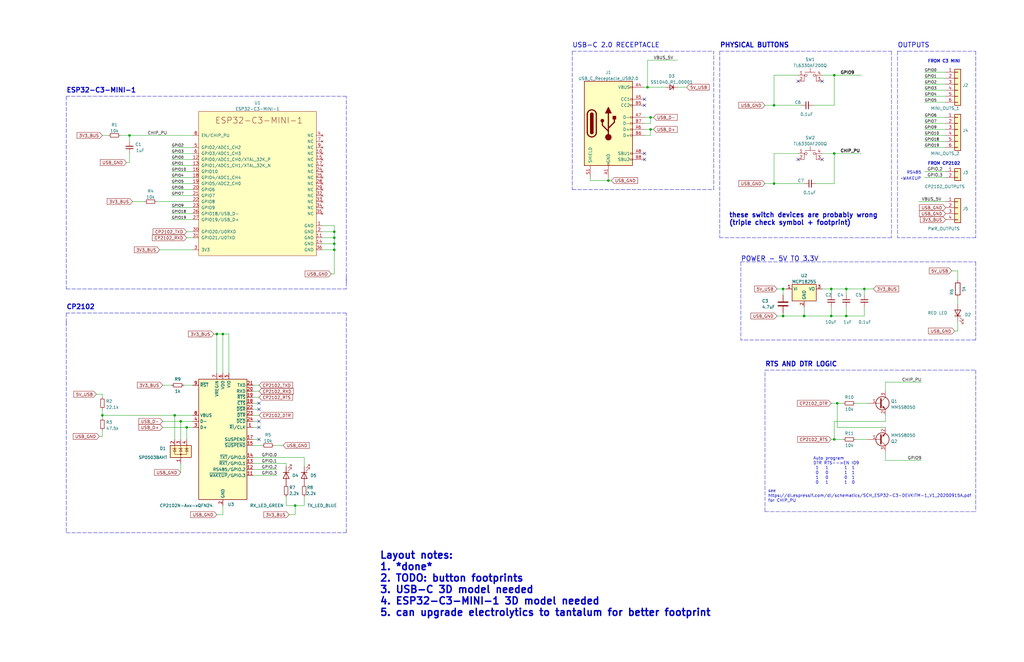
<source format=kicad_sch>
(kicad_sch (version 20211123) (generator eeschema)

  (uuid c8c41c6f-d498-4df8-b367-7a4c92b37133)

  (paper "B")

  (lib_symbols
    (symbol "Connector:USB_C_Receptacle_USB2.0" (pin_names (offset 1.016)) (in_bom yes) (on_board yes)
      (property "Reference" "J" (id 0) (at -10.16 19.05 0)
        (effects (font (size 1.27 1.27)) (justify left))
      )
      (property "Value" "USB_C_Receptacle_USB2.0" (id 1) (at 19.05 19.05 0)
        (effects (font (size 1.27 1.27)) (justify right))
      )
      (property "Footprint" "" (id 2) (at 3.81 0 0)
        (effects (font (size 1.27 1.27)) hide)
      )
      (property "Datasheet" "https://www.usb.org/sites/default/files/documents/usb_type-c.zip" (id 3) (at 3.81 0 0)
        (effects (font (size 1.27 1.27)) hide)
      )
      (property "ki_keywords" "usb universal serial bus type-C USB2.0" (id 4) (at 0 0 0)
        (effects (font (size 1.27 1.27)) hide)
      )
      (property "ki_description" "USB 2.0-only Type-C Receptacle connector" (id 5) (at 0 0 0)
        (effects (font (size 1.27 1.27)) hide)
      )
      (property "ki_fp_filters" "USB*C*Receptacle*" (id 6) (at 0 0 0)
        (effects (font (size 1.27 1.27)) hide)
      )
      (symbol "USB_C_Receptacle_USB2.0_0_0"
        (rectangle (start -0.254 -17.78) (end 0.254 -16.764)
          (stroke (width 0) (type default) (color 0 0 0 0))
          (fill (type none))
        )
        (rectangle (start 10.16 -14.986) (end 9.144 -15.494)
          (stroke (width 0) (type default) (color 0 0 0 0))
          (fill (type none))
        )
        (rectangle (start 10.16 -12.446) (end 9.144 -12.954)
          (stroke (width 0) (type default) (color 0 0 0 0))
          (fill (type none))
        )
        (rectangle (start 10.16 -4.826) (end 9.144 -5.334)
          (stroke (width 0) (type default) (color 0 0 0 0))
          (fill (type none))
        )
        (rectangle (start 10.16 -2.286) (end 9.144 -2.794)
          (stroke (width 0) (type default) (color 0 0 0 0))
          (fill (type none))
        )
        (rectangle (start 10.16 0.254) (end 9.144 -0.254)
          (stroke (width 0) (type default) (color 0 0 0 0))
          (fill (type none))
        )
        (rectangle (start 10.16 2.794) (end 9.144 2.286)
          (stroke (width 0) (type default) (color 0 0 0 0))
          (fill (type none))
        )
        (rectangle (start 10.16 7.874) (end 9.144 7.366)
          (stroke (width 0) (type default) (color 0 0 0 0))
          (fill (type none))
        )
        (rectangle (start 10.16 10.414) (end 9.144 9.906)
          (stroke (width 0) (type default) (color 0 0 0 0))
          (fill (type none))
        )
        (rectangle (start 10.16 15.494) (end 9.144 14.986)
          (stroke (width 0) (type default) (color 0 0 0 0))
          (fill (type none))
        )
      )
      (symbol "USB_C_Receptacle_USB2.0_0_1"
        (rectangle (start -10.16 17.78) (end 10.16 -17.78)
          (stroke (width 0.254) (type default) (color 0 0 0 0))
          (fill (type background))
        )
        (arc (start -8.89 -3.81) (mid -6.985 -5.715) (end -5.08 -3.81)
          (stroke (width 0.508) (type default) (color 0 0 0 0))
          (fill (type none))
        )
        (arc (start -7.62 -3.81) (mid -6.985 -4.445) (end -6.35 -3.81)
          (stroke (width 0.254) (type default) (color 0 0 0 0))
          (fill (type none))
        )
        (arc (start -7.62 -3.81) (mid -6.985 -4.445) (end -6.35 -3.81)
          (stroke (width 0.254) (type default) (color 0 0 0 0))
          (fill (type outline))
        )
        (rectangle (start -7.62 -3.81) (end -6.35 3.81)
          (stroke (width 0.254) (type default) (color 0 0 0 0))
          (fill (type outline))
        )
        (arc (start -6.35 3.81) (mid -6.985 4.445) (end -7.62 3.81)
          (stroke (width 0.254) (type default) (color 0 0 0 0))
          (fill (type none))
        )
        (arc (start -6.35 3.81) (mid -6.985 4.445) (end -7.62 3.81)
          (stroke (width 0.254) (type default) (color 0 0 0 0))
          (fill (type outline))
        )
        (arc (start -5.08 3.81) (mid -6.985 5.715) (end -8.89 3.81)
          (stroke (width 0.508) (type default) (color 0 0 0 0))
          (fill (type none))
        )
        (circle (center -2.54 1.143) (radius 0.635)
          (stroke (width 0.254) (type default) (color 0 0 0 0))
          (fill (type outline))
        )
        (circle (center 0 -5.842) (radius 1.27)
          (stroke (width 0) (type default) (color 0 0 0 0))
          (fill (type outline))
        )
        (polyline
          (pts
            (xy -8.89 -3.81)
            (xy -8.89 3.81)
          )
          (stroke (width 0.508) (type default) (color 0 0 0 0))
          (fill (type none))
        )
        (polyline
          (pts
            (xy -5.08 3.81)
            (xy -5.08 -3.81)
          )
          (stroke (width 0.508) (type default) (color 0 0 0 0))
          (fill (type none))
        )
        (polyline
          (pts
            (xy 0 -5.842)
            (xy 0 4.318)
          )
          (stroke (width 0.508) (type default) (color 0 0 0 0))
          (fill (type none))
        )
        (polyline
          (pts
            (xy 0 -3.302)
            (xy -2.54 -0.762)
            (xy -2.54 0.508)
          )
          (stroke (width 0.508) (type default) (color 0 0 0 0))
          (fill (type none))
        )
        (polyline
          (pts
            (xy 0 -2.032)
            (xy 2.54 0.508)
            (xy 2.54 1.778)
          )
          (stroke (width 0.508) (type default) (color 0 0 0 0))
          (fill (type none))
        )
        (polyline
          (pts
            (xy -1.27 4.318)
            (xy 0 6.858)
            (xy 1.27 4.318)
            (xy -1.27 4.318)
          )
          (stroke (width 0.254) (type default) (color 0 0 0 0))
          (fill (type outline))
        )
        (rectangle (start 1.905 1.778) (end 3.175 3.048)
          (stroke (width 0.254) (type default) (color 0 0 0 0))
          (fill (type outline))
        )
      )
      (symbol "USB_C_Receptacle_USB2.0_1_1"
        (pin passive line (at 0 -22.86 90) (length 5.08)
          (name "GND" (effects (font (size 1.27 1.27))))
          (number "A1" (effects (font (size 1.27 1.27))))
        )
        (pin passive line (at 0 -22.86 90) (length 5.08) hide
          (name "GND" (effects (font (size 1.27 1.27))))
          (number "A12" (effects (font (size 1.27 1.27))))
        )
        (pin passive line (at 15.24 15.24 180) (length 5.08)
          (name "VBUS" (effects (font (size 1.27 1.27))))
          (number "A4" (effects (font (size 1.27 1.27))))
        )
        (pin bidirectional line (at 15.24 10.16 180) (length 5.08)
          (name "CC1" (effects (font (size 1.27 1.27))))
          (number "A5" (effects (font (size 1.27 1.27))))
        )
        (pin bidirectional line (at 15.24 -2.54 180) (length 5.08)
          (name "D+" (effects (font (size 1.27 1.27))))
          (number "A6" (effects (font (size 1.27 1.27))))
        )
        (pin bidirectional line (at 15.24 2.54 180) (length 5.08)
          (name "D-" (effects (font (size 1.27 1.27))))
          (number "A7" (effects (font (size 1.27 1.27))))
        )
        (pin bidirectional line (at 15.24 -12.7 180) (length 5.08)
          (name "SBU1" (effects (font (size 1.27 1.27))))
          (number "A8" (effects (font (size 1.27 1.27))))
        )
        (pin passive line (at 15.24 15.24 180) (length 5.08) hide
          (name "VBUS" (effects (font (size 1.27 1.27))))
          (number "A9" (effects (font (size 1.27 1.27))))
        )
        (pin passive line (at 0 -22.86 90) (length 5.08) hide
          (name "GND" (effects (font (size 1.27 1.27))))
          (number "B1" (effects (font (size 1.27 1.27))))
        )
        (pin passive line (at 0 -22.86 90) (length 5.08) hide
          (name "GND" (effects (font (size 1.27 1.27))))
          (number "B12" (effects (font (size 1.27 1.27))))
        )
        (pin passive line (at 15.24 15.24 180) (length 5.08) hide
          (name "VBUS" (effects (font (size 1.27 1.27))))
          (number "B4" (effects (font (size 1.27 1.27))))
        )
        (pin bidirectional line (at 15.24 7.62 180) (length 5.08)
          (name "CC2" (effects (font (size 1.27 1.27))))
          (number "B5" (effects (font (size 1.27 1.27))))
        )
        (pin bidirectional line (at 15.24 -5.08 180) (length 5.08)
          (name "D+" (effects (font (size 1.27 1.27))))
          (number "B6" (effects (font (size 1.27 1.27))))
        )
        (pin bidirectional line (at 15.24 0 180) (length 5.08)
          (name "D-" (effects (font (size 1.27 1.27))))
          (number "B7" (effects (font (size 1.27 1.27))))
        )
        (pin bidirectional line (at 15.24 -15.24 180) (length 5.08)
          (name "SBU2" (effects (font (size 1.27 1.27))))
          (number "B8" (effects (font (size 1.27 1.27))))
        )
        (pin passive line (at 15.24 15.24 180) (length 5.08) hide
          (name "VBUS" (effects (font (size 1.27 1.27))))
          (number "B9" (effects (font (size 1.27 1.27))))
        )
        (pin passive line (at -7.62 -22.86 90) (length 5.08)
          (name "SHIELD" (effects (font (size 1.27 1.27))))
          (number "S1" (effects (font (size 1.27 1.27))))
        )
      )
    )
    (symbol "Connector_Generic:Conn_01x02" (pin_names (offset 1.016) hide) (in_bom yes) (on_board yes)
      (property "Reference" "J" (id 0) (at 0 2.54 0)
        (effects (font (size 1.27 1.27)))
      )
      (property "Value" "Conn_01x02" (id 1) (at 0 -5.08 0)
        (effects (font (size 1.27 1.27)))
      )
      (property "Footprint" "" (id 2) (at 0 0 0)
        (effects (font (size 1.27 1.27)) hide)
      )
      (property "Datasheet" "~" (id 3) (at 0 0 0)
        (effects (font (size 1.27 1.27)) hide)
      )
      (property "ki_keywords" "connector" (id 4) (at 0 0 0)
        (effects (font (size 1.27 1.27)) hide)
      )
      (property "ki_description" "Generic connector, single row, 01x02, script generated (kicad-library-utils/schlib/autogen/connector/)" (id 5) (at 0 0 0)
        (effects (font (size 1.27 1.27)) hide)
      )
      (property "ki_fp_filters" "Connector*:*_1x??_*" (id 6) (at 0 0 0)
        (effects (font (size 1.27 1.27)) hide)
      )
      (symbol "Conn_01x02_1_1"
        (rectangle (start -1.27 -2.413) (end 0 -2.667)
          (stroke (width 0.1524) (type default) (color 0 0 0 0))
          (fill (type none))
        )
        (rectangle (start -1.27 0.127) (end 0 -0.127)
          (stroke (width 0.1524) (type default) (color 0 0 0 0))
          (fill (type none))
        )
        (rectangle (start -1.27 1.27) (end 1.27 -3.81)
          (stroke (width 0.254) (type default) (color 0 0 0 0))
          (fill (type background))
        )
        (pin passive line (at -5.08 0 0) (length 3.81)
          (name "Pin_1" (effects (font (size 1.27 1.27))))
          (number "1" (effects (font (size 1.27 1.27))))
        )
        (pin passive line (at -5.08 -2.54 0) (length 3.81)
          (name "Pin_2" (effects (font (size 1.27 1.27))))
          (number "2" (effects (font (size 1.27 1.27))))
        )
      )
    )
    (symbol "Connector_Generic:Conn_01x04" (pin_names (offset 1.016) hide) (in_bom yes) (on_board yes)
      (property "Reference" "J" (id 0) (at 0 5.08 0)
        (effects (font (size 1.27 1.27)))
      )
      (property "Value" "Conn_01x04" (id 1) (at 0 -7.62 0)
        (effects (font (size 1.27 1.27)))
      )
      (property "Footprint" "" (id 2) (at 0 0 0)
        (effects (font (size 1.27 1.27)) hide)
      )
      (property "Datasheet" "~" (id 3) (at 0 0 0)
        (effects (font (size 1.27 1.27)) hide)
      )
      (property "ki_keywords" "connector" (id 4) (at 0 0 0)
        (effects (font (size 1.27 1.27)) hide)
      )
      (property "ki_description" "Generic connector, single row, 01x04, script generated (kicad-library-utils/schlib/autogen/connector/)" (id 5) (at 0 0 0)
        (effects (font (size 1.27 1.27)) hide)
      )
      (property "ki_fp_filters" "Connector*:*_1x??_*" (id 6) (at 0 0 0)
        (effects (font (size 1.27 1.27)) hide)
      )
      (symbol "Conn_01x04_1_1"
        (rectangle (start -1.27 -4.953) (end 0 -5.207)
          (stroke (width 0.1524) (type default) (color 0 0 0 0))
          (fill (type none))
        )
        (rectangle (start -1.27 -2.413) (end 0 -2.667)
          (stroke (width 0.1524) (type default) (color 0 0 0 0))
          (fill (type none))
        )
        (rectangle (start -1.27 0.127) (end 0 -0.127)
          (stroke (width 0.1524) (type default) (color 0 0 0 0))
          (fill (type none))
        )
        (rectangle (start -1.27 2.667) (end 0 2.413)
          (stroke (width 0.1524) (type default) (color 0 0 0 0))
          (fill (type none))
        )
        (rectangle (start -1.27 3.81) (end 1.27 -6.35)
          (stroke (width 0.254) (type default) (color 0 0 0 0))
          (fill (type background))
        )
        (pin passive line (at -5.08 2.54 0) (length 3.81)
          (name "Pin_1" (effects (font (size 1.27 1.27))))
          (number "1" (effects (font (size 1.27 1.27))))
        )
        (pin passive line (at -5.08 0 0) (length 3.81)
          (name "Pin_2" (effects (font (size 1.27 1.27))))
          (number "2" (effects (font (size 1.27 1.27))))
        )
        (pin passive line (at -5.08 -2.54 0) (length 3.81)
          (name "Pin_3" (effects (font (size 1.27 1.27))))
          (number "3" (effects (font (size 1.27 1.27))))
        )
        (pin passive line (at -5.08 -5.08 0) (length 3.81)
          (name "Pin_4" (effects (font (size 1.27 1.27))))
          (number "4" (effects (font (size 1.27 1.27))))
        )
      )
    )
    (symbol "Connector_Generic:Conn_01x06" (pin_names (offset 1.016) hide) (in_bom yes) (on_board yes)
      (property "Reference" "J" (id 0) (at 0 7.62 0)
        (effects (font (size 1.27 1.27)))
      )
      (property "Value" "Conn_01x06" (id 1) (at 0 -10.16 0)
        (effects (font (size 1.27 1.27)))
      )
      (property "Footprint" "" (id 2) (at 0 0 0)
        (effects (font (size 1.27 1.27)) hide)
      )
      (property "Datasheet" "~" (id 3) (at 0 0 0)
        (effects (font (size 1.27 1.27)) hide)
      )
      (property "ki_keywords" "connector" (id 4) (at 0 0 0)
        (effects (font (size 1.27 1.27)) hide)
      )
      (property "ki_description" "Generic connector, single row, 01x06, script generated (kicad-library-utils/schlib/autogen/connector/)" (id 5) (at 0 0 0)
        (effects (font (size 1.27 1.27)) hide)
      )
      (property "ki_fp_filters" "Connector*:*_1x??_*" (id 6) (at 0 0 0)
        (effects (font (size 1.27 1.27)) hide)
      )
      (symbol "Conn_01x06_1_1"
        (rectangle (start -1.27 -7.493) (end 0 -7.747)
          (stroke (width 0.1524) (type default) (color 0 0 0 0))
          (fill (type none))
        )
        (rectangle (start -1.27 -4.953) (end 0 -5.207)
          (stroke (width 0.1524) (type default) (color 0 0 0 0))
          (fill (type none))
        )
        (rectangle (start -1.27 -2.413) (end 0 -2.667)
          (stroke (width 0.1524) (type default) (color 0 0 0 0))
          (fill (type none))
        )
        (rectangle (start -1.27 0.127) (end 0 -0.127)
          (stroke (width 0.1524) (type default) (color 0 0 0 0))
          (fill (type none))
        )
        (rectangle (start -1.27 2.667) (end 0 2.413)
          (stroke (width 0.1524) (type default) (color 0 0 0 0))
          (fill (type none))
        )
        (rectangle (start -1.27 5.207) (end 0 4.953)
          (stroke (width 0.1524) (type default) (color 0 0 0 0))
          (fill (type none))
        )
        (rectangle (start -1.27 6.35) (end 1.27 -8.89)
          (stroke (width 0.254) (type default) (color 0 0 0 0))
          (fill (type background))
        )
        (pin passive line (at -5.08 5.08 0) (length 3.81)
          (name "Pin_1" (effects (font (size 1.27 1.27))))
          (number "1" (effects (font (size 1.27 1.27))))
        )
        (pin passive line (at -5.08 2.54 0) (length 3.81)
          (name "Pin_2" (effects (font (size 1.27 1.27))))
          (number "2" (effects (font (size 1.27 1.27))))
        )
        (pin passive line (at -5.08 0 0) (length 3.81)
          (name "Pin_3" (effects (font (size 1.27 1.27))))
          (number "3" (effects (font (size 1.27 1.27))))
        )
        (pin passive line (at -5.08 -2.54 0) (length 3.81)
          (name "Pin_4" (effects (font (size 1.27 1.27))))
          (number "4" (effects (font (size 1.27 1.27))))
        )
        (pin passive line (at -5.08 -5.08 0) (length 3.81)
          (name "Pin_5" (effects (font (size 1.27 1.27))))
          (number "5" (effects (font (size 1.27 1.27))))
        )
        (pin passive line (at -5.08 -7.62 0) (length 3.81)
          (name "Pin_6" (effects (font (size 1.27 1.27))))
          (number "6" (effects (font (size 1.27 1.27))))
        )
      )
    )
    (symbol "Device:C" (pin_numbers hide) (pin_names (offset 0.254)) (in_bom yes) (on_board yes)
      (property "Reference" "C" (id 0) (at 0.635 2.54 0)
        (effects (font (size 1.27 1.27)) (justify left))
      )
      (property "Value" "C" (id 1) (at 0.635 -2.54 0)
        (effects (font (size 1.27 1.27)) (justify left))
      )
      (property "Footprint" "" (id 2) (at 0.9652 -3.81 0)
        (effects (font (size 1.27 1.27)) hide)
      )
      (property "Datasheet" "~" (id 3) (at 0 0 0)
        (effects (font (size 1.27 1.27)) hide)
      )
      (property "ki_keywords" "cap capacitor" (id 4) (at 0 0 0)
        (effects (font (size 1.27 1.27)) hide)
      )
      (property "ki_description" "Unpolarized capacitor" (id 5) (at 0 0 0)
        (effects (font (size 1.27 1.27)) hide)
      )
      (property "ki_fp_filters" "C_*" (id 6) (at 0 0 0)
        (effects (font (size 1.27 1.27)) hide)
      )
      (symbol "C_0_1"
        (polyline
          (pts
            (xy -2.032 -0.762)
            (xy 2.032 -0.762)
          )
          (stroke (width 0.508) (type default) (color 0 0 0 0))
          (fill (type none))
        )
        (polyline
          (pts
            (xy -2.032 0.762)
            (xy 2.032 0.762)
          )
          (stroke (width 0.508) (type default) (color 0 0 0 0))
          (fill (type none))
        )
      )
      (symbol "C_1_1"
        (pin passive line (at 0 3.81 270) (length 2.794)
          (name "~" (effects (font (size 1.27 1.27))))
          (number "1" (effects (font (size 1.27 1.27))))
        )
        (pin passive line (at 0 -3.81 90) (length 2.794)
          (name "~" (effects (font (size 1.27 1.27))))
          (number "2" (effects (font (size 1.27 1.27))))
        )
      )
    )
    (symbol "Device:C_Small" (pin_numbers hide) (pin_names (offset 0.254) hide) (in_bom yes) (on_board yes)
      (property "Reference" "C" (id 0) (at 0.254 1.778 0)
        (effects (font (size 1.27 1.27)) (justify left))
      )
      (property "Value" "C_Small" (id 1) (at 0.254 -2.032 0)
        (effects (font (size 1.27 1.27)) (justify left))
      )
      (property "Footprint" "" (id 2) (at 0 0 0)
        (effects (font (size 1.27 1.27)) hide)
      )
      (property "Datasheet" "~" (id 3) (at 0 0 0)
        (effects (font (size 1.27 1.27)) hide)
      )
      (property "ki_keywords" "capacitor cap" (id 4) (at 0 0 0)
        (effects (font (size 1.27 1.27)) hide)
      )
      (property "ki_description" "Unpolarized capacitor, small symbol" (id 5) (at 0 0 0)
        (effects (font (size 1.27 1.27)) hide)
      )
      (property "ki_fp_filters" "C_*" (id 6) (at 0 0 0)
        (effects (font (size 1.27 1.27)) hide)
      )
      (symbol "C_Small_0_1"
        (polyline
          (pts
            (xy -1.524 -0.508)
            (xy 1.524 -0.508)
          )
          (stroke (width 0.3302) (type default) (color 0 0 0 0))
          (fill (type none))
        )
        (polyline
          (pts
            (xy -1.524 0.508)
            (xy 1.524 0.508)
          )
          (stroke (width 0.3048) (type default) (color 0 0 0 0))
          (fill (type none))
        )
      )
      (symbol "C_Small_1_1"
        (pin passive line (at 0 2.54 270) (length 2.032)
          (name "~" (effects (font (size 1.27 1.27))))
          (number "1" (effects (font (size 1.27 1.27))))
        )
        (pin passive line (at 0 -2.54 90) (length 2.032)
          (name "~" (effects (font (size 1.27 1.27))))
          (number "2" (effects (font (size 1.27 1.27))))
        )
      )
    )
    (symbol "Device:D_Small" (pin_numbers hide) (pin_names (offset 0.254) hide) (in_bom yes) (on_board yes)
      (property "Reference" "D" (id 0) (at -1.27 2.032 0)
        (effects (font (size 1.27 1.27)) (justify left))
      )
      (property "Value" "D_Small" (id 1) (at -3.81 -2.032 0)
        (effects (font (size 1.27 1.27)) (justify left))
      )
      (property "Footprint" "" (id 2) (at 0 0 90)
        (effects (font (size 1.27 1.27)) hide)
      )
      (property "Datasheet" "~" (id 3) (at 0 0 90)
        (effects (font (size 1.27 1.27)) hide)
      )
      (property "ki_keywords" "diode" (id 4) (at 0 0 0)
        (effects (font (size 1.27 1.27)) hide)
      )
      (property "ki_description" "Diode, small symbol" (id 5) (at 0 0 0)
        (effects (font (size 1.27 1.27)) hide)
      )
      (property "ki_fp_filters" "TO-???* *_Diode_* *SingleDiode* D_*" (id 6) (at 0 0 0)
        (effects (font (size 1.27 1.27)) hide)
      )
      (symbol "D_Small_0_1"
        (polyline
          (pts
            (xy -0.762 -1.016)
            (xy -0.762 1.016)
          )
          (stroke (width 0.254) (type default) (color 0 0 0 0))
          (fill (type none))
        )
        (polyline
          (pts
            (xy -0.762 0)
            (xy 0.762 0)
          )
          (stroke (width 0) (type default) (color 0 0 0 0))
          (fill (type none))
        )
        (polyline
          (pts
            (xy 0.762 -1.016)
            (xy -0.762 0)
            (xy 0.762 1.016)
            (xy 0.762 -1.016)
          )
          (stroke (width 0.254) (type default) (color 0 0 0 0))
          (fill (type none))
        )
      )
      (symbol "D_Small_1_1"
        (pin passive line (at -2.54 0 0) (length 1.778)
          (name "K" (effects (font (size 1.27 1.27))))
          (number "1" (effects (font (size 1.27 1.27))))
        )
        (pin passive line (at 2.54 0 180) (length 1.778)
          (name "A" (effects (font (size 1.27 1.27))))
          (number "2" (effects (font (size 1.27 1.27))))
        )
      )
    )
    (symbol "Device:LED" (pin_numbers hide) (pin_names (offset 1.016) hide) (in_bom yes) (on_board yes)
      (property "Reference" "D" (id 0) (at 0 2.54 0)
        (effects (font (size 1.27 1.27)))
      )
      (property "Value" "LED" (id 1) (at 0 -2.54 0)
        (effects (font (size 1.27 1.27)))
      )
      (property "Footprint" "" (id 2) (at 0 0 0)
        (effects (font (size 1.27 1.27)) hide)
      )
      (property "Datasheet" "~" (id 3) (at 0 0 0)
        (effects (font (size 1.27 1.27)) hide)
      )
      (property "ki_keywords" "LED diode" (id 4) (at 0 0 0)
        (effects (font (size 1.27 1.27)) hide)
      )
      (property "ki_description" "Light emitting diode" (id 5) (at 0 0 0)
        (effects (font (size 1.27 1.27)) hide)
      )
      (property "ki_fp_filters" "LED* LED_SMD:* LED_THT:*" (id 6) (at 0 0 0)
        (effects (font (size 1.27 1.27)) hide)
      )
      (symbol "LED_0_1"
        (polyline
          (pts
            (xy -1.27 -1.27)
            (xy -1.27 1.27)
          )
          (stroke (width 0.254) (type default) (color 0 0 0 0))
          (fill (type none))
        )
        (polyline
          (pts
            (xy -1.27 0)
            (xy 1.27 0)
          )
          (stroke (width 0) (type default) (color 0 0 0 0))
          (fill (type none))
        )
        (polyline
          (pts
            (xy 1.27 -1.27)
            (xy 1.27 1.27)
            (xy -1.27 0)
            (xy 1.27 -1.27)
          )
          (stroke (width 0.254) (type default) (color 0 0 0 0))
          (fill (type none))
        )
        (polyline
          (pts
            (xy -3.048 -0.762)
            (xy -4.572 -2.286)
            (xy -3.81 -2.286)
            (xy -4.572 -2.286)
            (xy -4.572 -1.524)
          )
          (stroke (width 0) (type default) (color 0 0 0 0))
          (fill (type none))
        )
        (polyline
          (pts
            (xy -1.778 -0.762)
            (xy -3.302 -2.286)
            (xy -2.54 -2.286)
            (xy -3.302 -2.286)
            (xy -3.302 -1.524)
          )
          (stroke (width 0) (type default) (color 0 0 0 0))
          (fill (type none))
        )
      )
      (symbol "LED_1_1"
        (pin passive line (at -3.81 0 0) (length 2.54)
          (name "K" (effects (font (size 1.27 1.27))))
          (number "1" (effects (font (size 1.27 1.27))))
        )
        (pin passive line (at 3.81 0 180) (length 2.54)
          (name "A" (effects (font (size 1.27 1.27))))
          (number "2" (effects (font (size 1.27 1.27))))
        )
      )
    )
    (symbol "Device:R" (pin_numbers hide) (pin_names (offset 0)) (in_bom yes) (on_board yes)
      (property "Reference" "R" (id 0) (at 2.032 0 90)
        (effects (font (size 1.27 1.27)))
      )
      (property "Value" "R" (id 1) (at 0 0 90)
        (effects (font (size 1.27 1.27)))
      )
      (property "Footprint" "" (id 2) (at -1.778 0 90)
        (effects (font (size 1.27 1.27)) hide)
      )
      (property "Datasheet" "~" (id 3) (at 0 0 0)
        (effects (font (size 1.27 1.27)) hide)
      )
      (property "ki_keywords" "R res resistor" (id 4) (at 0 0 0)
        (effects (font (size 1.27 1.27)) hide)
      )
      (property "ki_description" "Resistor" (id 5) (at 0 0 0)
        (effects (font (size 1.27 1.27)) hide)
      )
      (property "ki_fp_filters" "R_*" (id 6) (at 0 0 0)
        (effects (font (size 1.27 1.27)) hide)
      )
      (symbol "R_0_1"
        (rectangle (start -1.016 -2.54) (end 1.016 2.54)
          (stroke (width 0.254) (type default) (color 0 0 0 0))
          (fill (type none))
        )
      )
      (symbol "R_1_1"
        (pin passive line (at 0 3.81 270) (length 1.27)
          (name "~" (effects (font (size 1.27 1.27))))
          (number "1" (effects (font (size 1.27 1.27))))
        )
        (pin passive line (at 0 -3.81 90) (length 1.27)
          (name "~" (effects (font (size 1.27 1.27))))
          (number "2" (effects (font (size 1.27 1.27))))
        )
      )
    )
    (symbol "Device:R_Small" (pin_numbers hide) (pin_names (offset 0.254) hide) (in_bom yes) (on_board yes)
      (property "Reference" "R" (id 0) (at 0.762 0.508 0)
        (effects (font (size 1.27 1.27)) (justify left))
      )
      (property "Value" "R_Small" (id 1) (at 0.762 -1.016 0)
        (effects (font (size 1.27 1.27)) (justify left))
      )
      (property "Footprint" "" (id 2) (at 0 0 0)
        (effects (font (size 1.27 1.27)) hide)
      )
      (property "Datasheet" "~" (id 3) (at 0 0 0)
        (effects (font (size 1.27 1.27)) hide)
      )
      (property "ki_keywords" "R resistor" (id 4) (at 0 0 0)
        (effects (font (size 1.27 1.27)) hide)
      )
      (property "ki_description" "Resistor, small symbol" (id 5) (at 0 0 0)
        (effects (font (size 1.27 1.27)) hide)
      )
      (property "ki_fp_filters" "R_*" (id 6) (at 0 0 0)
        (effects (font (size 1.27 1.27)) hide)
      )
      (symbol "R_Small_0_1"
        (rectangle (start -0.762 1.778) (end 0.762 -1.778)
          (stroke (width 0.2032) (type default) (color 0 0 0 0))
          (fill (type none))
        )
      )
      (symbol "R_Small_1_1"
        (pin passive line (at 0 2.54 270) (length 0.762)
          (name "~" (effects (font (size 1.27 1.27))))
          (number "1" (effects (font (size 1.27 1.27))))
        )
        (pin passive line (at 0 -2.54 90) (length 0.762)
          (name "~" (effects (font (size 1.27 1.27))))
          (number "2" (effects (font (size 1.27 1.27))))
        )
      )
    )
    (symbol "Espressif:ESP32-C3-MINI-1" (pin_names (offset 1.016)) (in_bom yes) (on_board yes)
      (property "Reference" "U" (id 0) (at 0 33.02 0)
        (effects (font (size 1.27 1.27)))
      )
      (property "Value" "ESP32-C3-MINI-1" (id 1) (at 0 -30.48 0)
        (effects (font (size 1.27 1.27)))
      )
      (property "Footprint" "Espressif:ESP32-C3-MINI-1" (id 2) (at 0 -33.02 0)
        (effects (font (size 1.27 1.27)) hide)
      )
      (property "Datasheet" "https://www.espressif.com/sites/default/files/documentation/esp32-c3-mini-1_datasheet_en.pdf" (id 3) (at -62.23 -33.02 0)
        (effects (font (size 1.27 1.27)) hide)
      )
      (property "ki_keywords" "esp32-c3" (id 4) (at 0 0 0)
        (effects (font (size 1.27 1.27)) hide)
      )
      (property "ki_description" "ESP32-C3-MINI-1 is a general-purpose Wi-Fi and Bluetooth LE module. This module features a rich set of peripherals and a small size, which makes it an ideal choice for smart home, industrial automation, health care, consumer electronics, etc" (id 5) (at 0 0 0)
        (effects (font (size 1.27 1.27)) hide)
      )
      (symbol "ESP32-C3-MINI-1_0_0"
        (text "ESP32-C3-MINI-1" (at 1.27 27.94 0)
          (effects (font (size 2.54 2.54)))
        )
      )
      (symbol "ESP32-C3-MINI-1_0_1"
        (rectangle (start -24.13 31.75) (end 25.4 -29.21)
          (stroke (width 0) (type default) (color 0 0 0 0))
          (fill (type background))
        )
      )
      (symbol "ESP32-C3-MINI-1_1_1"
        (pin power_in line (at 27.94 -16.51 180) (length 2.54)
          (name "GND" (effects (font (size 1.27 1.27))))
          (number "1" (effects (font (size 1.27 1.27))))
        )
        (pin no_connect line (at 27.94 13.97 180) (length 2.54)
          (name "NC" (effects (font (size 1.27 1.27))))
          (number "10" (effects (font (size 1.27 1.27))))
        )
        (pin power_in line (at 27.94 -21.59 180) (length 2.54)
          (name "GND" (effects (font (size 1.27 1.27))))
          (number "11" (effects (font (size 1.27 1.27))))
        )
        (pin bidirectional line (at -26.67 11.43 0) (length 2.54)
          (name "GPIO0/ADC1_CH0/XTAL_32K_P" (effects (font (size 1.27 1.27))))
          (number "12" (effects (font (size 1.27 1.27))))
        )
        (pin bidirectional line (at -26.67 8.89 0) (length 2.54)
          (name "GPIO1/ADC1_CH1/XTAL_32K_N" (effects (font (size 1.27 1.27))))
          (number "13" (effects (font (size 1.27 1.27))))
        )
        (pin power_in line (at 27.94 -24.13 180) (length 2.54)
          (name "GND" (effects (font (size 1.27 1.27))))
          (number "14" (effects (font (size 1.27 1.27))))
        )
        (pin no_connect line (at 27.94 11.43 180) (length 2.54)
          (name "NC" (effects (font (size 1.27 1.27))))
          (number "15" (effects (font (size 1.27 1.27))))
        )
        (pin bidirectional line (at -26.67 6.35 0) (length 2.54)
          (name "GPIO10" (effects (font (size 1.27 1.27))))
          (number "16" (effects (font (size 1.27 1.27))))
        )
        (pin no_connect line (at 27.94 8.89 180) (length 2.54)
          (name "NC" (effects (font (size 1.27 1.27))))
          (number "17" (effects (font (size 1.27 1.27))))
        )
        (pin bidirectional line (at -26.67 3.81 0) (length 2.54)
          (name "GPIO4/ADC1_CH4" (effects (font (size 1.27 1.27))))
          (number "18" (effects (font (size 1.27 1.27))))
        )
        (pin bidirectional line (at -26.67 1.27 0) (length 2.54)
          (name "GPIO5/ADC2_CH0" (effects (font (size 1.27 1.27))))
          (number "19" (effects (font (size 1.27 1.27))))
        )
        (pin power_in line (at 27.94 -19.05 180) (length 2.54)
          (name "GND" (effects (font (size 1.27 1.27))))
          (number "2" (effects (font (size 1.27 1.27))))
        )
        (pin bidirectional line (at -26.67 -1.27 0) (length 2.54)
          (name "GPIO6" (effects (font (size 1.27 1.27))))
          (number "20" (effects (font (size 1.27 1.27))))
        )
        (pin bidirectional line (at -26.67 -3.81 0) (length 2.54)
          (name "GPIO7" (effects (font (size 1.27 1.27))))
          (number "21" (effects (font (size 1.27 1.27))))
        )
        (pin bidirectional line (at -26.67 -6.35 0) (length 2.54)
          (name "GPIO8" (effects (font (size 1.27 1.27))))
          (number "22" (effects (font (size 1.27 1.27))))
        )
        (pin bidirectional line (at -26.67 -8.89 0) (length 2.54)
          (name "GPIO9" (effects (font (size 1.27 1.27))))
          (number "23" (effects (font (size 1.27 1.27))))
        )
        (pin no_connect line (at 27.94 6.35 180) (length 2.54)
          (name "NC" (effects (font (size 1.27 1.27))))
          (number "24" (effects (font (size 1.27 1.27))))
        )
        (pin no_connect line (at 27.94 3.81 180) (length 2.54)
          (name "NC" (effects (font (size 1.27 1.27))))
          (number "25" (effects (font (size 1.27 1.27))))
        )
        (pin bidirectional line (at -26.67 -11.43 0) (length 2.54)
          (name "GPIO18/USB_D-" (effects (font (size 1.27 1.27))))
          (number "26" (effects (font (size 1.27 1.27))))
        )
        (pin bidirectional line (at -26.67 -13.97 0) (length 2.54)
          (name "GPIO19/USB_D+" (effects (font (size 1.27 1.27))))
          (number "27" (effects (font (size 1.27 1.27))))
        )
        (pin no_connect line (at 27.94 1.27 180) (length 2.54)
          (name "NC" (effects (font (size 1.27 1.27))))
          (number "28" (effects (font (size 1.27 1.27))))
        )
        (pin no_connect line (at 27.94 -1.27 180) (length 2.54)
          (name "NC" (effects (font (size 1.27 1.27))))
          (number "29" (effects (font (size 1.27 1.27))))
        )
        (pin power_in line (at -26.67 -26.67 0) (length 2.54)
          (name "3V3" (effects (font (size 1.27 1.27))))
          (number "3" (effects (font (size 1.27 1.27))))
        )
        (pin bidirectional line (at -26.67 -19.05 0) (length 2.54)
          (name "GPIO20/U0RXD" (effects (font (size 1.27 1.27))))
          (number "30" (effects (font (size 1.27 1.27))))
        )
        (pin bidirectional line (at -26.67 -21.59 0) (length 2.54)
          (name "GPIO21/U0TXD" (effects (font (size 1.27 1.27))))
          (number "31" (effects (font (size 1.27 1.27))))
        )
        (pin no_connect line (at 27.94 -3.81 180) (length 2.54)
          (name "NC" (effects (font (size 1.27 1.27))))
          (number "32" (effects (font (size 1.27 1.27))))
        )
        (pin no_connect line (at 27.94 -6.35 180) (length 2.54)
          (name "NC" (effects (font (size 1.27 1.27))))
          (number "33" (effects (font (size 1.27 1.27))))
        )
        (pin no_connect line (at 27.94 -8.89 180) (length 2.54)
          (name "NC" (effects (font (size 1.27 1.27))))
          (number "34" (effects (font (size 1.27 1.27))))
        )
        (pin no_connect line (at 27.94 -11.43 180) (length 2.54)
          (name "NC" (effects (font (size 1.27 1.27))))
          (number "35" (effects (font (size 1.27 1.27))))
        )
        (pin power_in line (at 27.94 -26.67 180) (length 2.54)
          (name "GND" (effects (font (size 1.27 1.27))))
          (number "36" (effects (font (size 1.27 1.27))))
        )
        (pin no_connect line (at 27.94 21.59 180) (length 2.54)
          (name "NC" (effects (font (size 1.27 1.27))))
          (number "4" (effects (font (size 1.27 1.27))))
        )
        (pin bidirectional line (at -26.67 16.51 0) (length 2.54)
          (name "GPIO2/ADC1_CH2" (effects (font (size 1.27 1.27))))
          (number "5" (effects (font (size 1.27 1.27))))
        )
        (pin bidirectional line (at -26.67 13.97 0) (length 2.54)
          (name "GPIO3/ADC1_CH3" (effects (font (size 1.27 1.27))))
          (number "6" (effects (font (size 1.27 1.27))))
        )
        (pin no_connect line (at 27.94 19.05 180) (length 2.54)
          (name "NC" (effects (font (size 1.27 1.27))))
          (number "7" (effects (font (size 1.27 1.27))))
        )
        (pin input line (at -26.67 21.59 0) (length 2.54)
          (name "EN/CHIP_PU" (effects (font (size 1.27 1.27))))
          (number "8" (effects (font (size 1.27 1.27))))
        )
        (pin no_connect line (at 27.94 16.51 180) (length 2.54)
          (name "NC" (effects (font (size 1.27 1.27))))
          (number "9" (effects (font (size 1.27 1.27))))
        )
      )
    )
    (symbol "Interface_USB:CP2102N-Axx-xQFN24" (in_bom yes) (on_board yes)
      (property "Reference" "U" (id 0) (at -8.89 26.67 0)
        (effects (font (size 1.27 1.27)))
      )
      (property "Value" "CP2102N-Axx-xQFN24" (id 1) (at 13.97 26.67 0)
        (effects (font (size 1.27 1.27)))
      )
      (property "Footprint" "Package_DFN_QFN:QFN-24-1EP_4x4mm_P0.5mm_EP2.6x2.6mm" (id 2) (at 31.75 -26.67 0)
        (effects (font (size 1.27 1.27)) hide)
      )
      (property "Datasheet" "https://www.silabs.com/documents/public/data-sheets/cp2102n-datasheet.pdf" (id 3) (at 1.27 -19.05 0)
        (effects (font (size 1.27 1.27)) hide)
      )
      (property "ki_keywords" "USB UART bridge" (id 4) (at 0 0 0)
        (effects (font (size 1.27 1.27)) hide)
      )
      (property "ki_description" "USB to UART master bridge, QFN-24" (id 5) (at 0 0 0)
        (effects (font (size 1.27 1.27)) hide)
      )
      (property "ki_fp_filters" "QFN*4x4mm*P0.5mm*" (id 6) (at 0 0 0)
        (effects (font (size 1.27 1.27)) hide)
      )
      (symbol "CP2102N-Axx-xQFN24_0_1"
        (rectangle (start -10.16 25.4) (end 10.16 -25.4)
          (stroke (width 0.254) (type default) (color 0 0 0 0))
          (fill (type background))
        )
      )
      (symbol "CP2102N-Axx-xQFN24_1_1"
        (pin bidirectional line (at 12.7 5.08 180) (length 2.54)
          (name "~{RI}/CLK" (effects (font (size 1.27 1.27))))
          (number "1" (effects (font (size 1.27 1.27))))
        )
        (pin no_connect line (at -10.16 -22.86 0) (length 2.54) hide
          (name "NC" (effects (font (size 1.27 1.27))))
          (number "10" (effects (font (size 1.27 1.27))))
        )
        (pin bidirectional line (at 12.7 -15.24 180) (length 2.54)
          (name "~{WAKEUP}/GPIO.3" (effects (font (size 1.27 1.27))))
          (number "11" (effects (font (size 1.27 1.27))))
        )
        (pin bidirectional line (at 12.7 -12.7 180) (length 2.54)
          (name "RS485/GPIO.2" (effects (font (size 1.27 1.27))))
          (number "12" (effects (font (size 1.27 1.27))))
        )
        (pin bidirectional line (at 12.7 -10.16 180) (length 2.54)
          (name "~{RXT}/GPIO.1" (effects (font (size 1.27 1.27))))
          (number "13" (effects (font (size 1.27 1.27))))
        )
        (pin bidirectional line (at 12.7 -7.62 180) (length 2.54)
          (name "~{TXT}/GPIO.0" (effects (font (size 1.27 1.27))))
          (number "14" (effects (font (size 1.27 1.27))))
        )
        (pin output line (at 12.7 -2.54 180) (length 2.54)
          (name "~{SUSPEND}" (effects (font (size 1.27 1.27))))
          (number "15" (effects (font (size 1.27 1.27))))
        )
        (pin no_connect line (at 10.16 -22.86 180) (length 2.54) hide
          (name "NC" (effects (font (size 1.27 1.27))))
          (number "16" (effects (font (size 1.27 1.27))))
        )
        (pin output line (at 12.7 0 180) (length 2.54)
          (name "SUSPEND" (effects (font (size 1.27 1.27))))
          (number "17" (effects (font (size 1.27 1.27))))
        )
        (pin input line (at 12.7 15.24 180) (length 2.54)
          (name "~{CTS}" (effects (font (size 1.27 1.27))))
          (number "18" (effects (font (size 1.27 1.27))))
        )
        (pin output line (at 12.7 17.78 180) (length 2.54)
          (name "~{RTS}" (effects (font (size 1.27 1.27))))
          (number "19" (effects (font (size 1.27 1.27))))
        )
        (pin power_in line (at 0 -27.94 90) (length 2.54)
          (name "GND" (effects (font (size 1.27 1.27))))
          (number "2" (effects (font (size 1.27 1.27))))
        )
        (pin input line (at 12.7 20.32 180) (length 2.54)
          (name "RXD" (effects (font (size 1.27 1.27))))
          (number "20" (effects (font (size 1.27 1.27))))
        )
        (pin output line (at 12.7 22.86 180) (length 2.54)
          (name "TXD" (effects (font (size 1.27 1.27))))
          (number "21" (effects (font (size 1.27 1.27))))
        )
        (pin input line (at 12.7 12.7 180) (length 2.54)
          (name "~{DSR}" (effects (font (size 1.27 1.27))))
          (number "22" (effects (font (size 1.27 1.27))))
        )
        (pin output line (at 12.7 10.16 180) (length 2.54)
          (name "~{DTR}" (effects (font (size 1.27 1.27))))
          (number "23" (effects (font (size 1.27 1.27))))
        )
        (pin input line (at 12.7 7.62 180) (length 2.54)
          (name "~{DCD}" (effects (font (size 1.27 1.27))))
          (number "24" (effects (font (size 1.27 1.27))))
        )
        (pin passive line (at 0 -27.94 90) (length 2.54) hide
          (name "GND" (effects (font (size 1.27 1.27))))
          (number "25" (effects (font (size 1.27 1.27))))
        )
        (pin bidirectional line (at -12.7 5.08 0) (length 2.54)
          (name "D+" (effects (font (size 1.27 1.27))))
          (number "3" (effects (font (size 1.27 1.27))))
        )
        (pin bidirectional line (at -12.7 7.62 0) (length 2.54)
          (name "D-" (effects (font (size 1.27 1.27))))
          (number "4" (effects (font (size 1.27 1.27))))
        )
        (pin power_in line (at 2.54 27.94 270) (length 2.54)
          (name "VIO" (effects (font (size 1.27 1.27))))
          (number "5" (effects (font (size 1.27 1.27))))
        )
        (pin power_in line (at 0 27.94 270) (length 2.54)
          (name "VDD" (effects (font (size 1.27 1.27))))
          (number "6" (effects (font (size 1.27 1.27))))
        )
        (pin power_in line (at -2.54 27.94 270) (length 2.54)
          (name "VREGIN" (effects (font (size 1.27 1.27))))
          (number "7" (effects (font (size 1.27 1.27))))
        )
        (pin input line (at -12.7 10.16 0) (length 2.54)
          (name "VBUS" (effects (font (size 1.27 1.27))))
          (number "8" (effects (font (size 1.27 1.27))))
        )
        (pin input line (at -12.7 22.86 0) (length 2.54)
          (name "~{RST}" (effects (font (size 1.27 1.27))))
          (number "9" (effects (font (size 1.27 1.27))))
        )
      )
    )
    (symbol "Power_Protection:SP0503BAHT" (pin_names hide) (in_bom yes) (on_board yes)
      (property "Reference" "D" (id 0) (at 5.715 2.54 0)
        (effects (font (size 1.27 1.27)) (justify left))
      )
      (property "Value" "SP0503BAHT" (id 1) (at 5.715 0.635 0)
        (effects (font (size 1.27 1.27)) (justify left))
      )
      (property "Footprint" "Package_TO_SOT_SMD:SOT-143" (id 2) (at 5.715 -1.27 0)
        (effects (font (size 1.27 1.27)) (justify left) hide)
      )
      (property "Datasheet" "http://www.littelfuse.com/~/media/files/littelfuse/technical%20resources/documents/data%20sheets/sp05xxba.pdf" (id 3) (at 3.175 3.175 0)
        (effects (font (size 1.27 1.27)) hide)
      )
      (property "ki_keywords" "usb esd protection suppression transient" (id 4) (at 0 0 0)
        (effects (font (size 1.27 1.27)) hide)
      )
      (property "ki_description" "TVS Diode Array, 5.5V Standoff, 3 Channels, SOT-143 package" (id 5) (at 0 0 0)
        (effects (font (size 1.27 1.27)) hide)
      )
      (property "ki_fp_filters" "SOT?143*" (id 6) (at 0 0 0)
        (effects (font (size 1.27 1.27)) hide)
      )
      (symbol "SP0503BAHT_0_0"
        (pin passive line (at 0 -5.08 90) (length 2.54)
          (name "A" (effects (font (size 1.27 1.27))))
          (number "1" (effects (font (size 1.27 1.27))))
        )
      )
      (symbol "SP0503BAHT_0_1"
        (rectangle (start -4.445 2.54) (end 4.445 -2.54)
          (stroke (width 0.254) (type default) (color 0 0 0 0))
          (fill (type background))
        )
        (circle (center 0 -1.27) (radius 0.254)
          (stroke (width 0) (type default) (color 0 0 0 0))
          (fill (type outline))
        )
        (polyline
          (pts
            (xy -2.54 2.54)
            (xy -2.54 1.27)
          )
          (stroke (width 0) (type default) (color 0 0 0 0))
          (fill (type none))
        )
        (polyline
          (pts
            (xy 0 -1.27)
            (xy 0 -2.54)
          )
          (stroke (width 0) (type default) (color 0 0 0 0))
          (fill (type none))
        )
        (polyline
          (pts
            (xy 0 -1.27)
            (xy 0 1.27)
          )
          (stroke (width 0) (type default) (color 0 0 0 0))
          (fill (type none))
        )
        (polyline
          (pts
            (xy 0 2.54)
            (xy 0 1.27)
          )
          (stroke (width 0) (type default) (color 0 0 0 0))
          (fill (type none))
        )
        (polyline
          (pts
            (xy 0.635 1.27)
            (xy 0.762 1.27)
          )
          (stroke (width 0) (type default) (color 0 0 0 0))
          (fill (type none))
        )
        (polyline
          (pts
            (xy 2.54 2.54)
            (xy 2.54 1.27)
          )
          (stroke (width 0) (type default) (color 0 0 0 0))
          (fill (type none))
        )
        (polyline
          (pts
            (xy 0.635 1.27)
            (xy -0.762 1.27)
            (xy -0.762 1.016)
          )
          (stroke (width 0) (type default) (color 0 0 0 0))
          (fill (type none))
        )
        (polyline
          (pts
            (xy -3.302 1.016)
            (xy -3.302 1.27)
            (xy -1.905 1.27)
            (xy -1.778 1.27)
          )
          (stroke (width 0) (type default) (color 0 0 0 0))
          (fill (type none))
        )
        (polyline
          (pts
            (xy -2.54 1.27)
            (xy -2.54 -1.27)
            (xy 2.54 -1.27)
            (xy 2.54 1.27)
          )
          (stroke (width 0) (type default) (color 0 0 0 0))
          (fill (type none))
        )
        (polyline
          (pts
            (xy -2.54 1.27)
            (xy -1.905 0)
            (xy -3.175 0)
            (xy -2.54 1.27)
          )
          (stroke (width 0) (type default) (color 0 0 0 0))
          (fill (type none))
        )
        (polyline
          (pts
            (xy 0.635 0)
            (xy -0.635 0)
            (xy 0 1.27)
            (xy 0.635 0)
          )
          (stroke (width 0) (type default) (color 0 0 0 0))
          (fill (type none))
        )
        (polyline
          (pts
            (xy 1.778 1.016)
            (xy 1.778 1.27)
            (xy 3.175 1.27)
            (xy 3.302 1.27)
          )
          (stroke (width 0) (type default) (color 0 0 0 0))
          (fill (type none))
        )
        (polyline
          (pts
            (xy 2.54 1.27)
            (xy 1.905 0)
            (xy 3.175 0)
            (xy 2.54 1.27)
          )
          (stroke (width 0) (type default) (color 0 0 0 0))
          (fill (type none))
        )
      )
      (symbol "SP0503BAHT_1_1"
        (pin passive line (at -2.54 5.08 270) (length 2.54)
          (name "K" (effects (font (size 1.27 1.27))))
          (number "2" (effects (font (size 1.27 1.27))))
        )
        (pin passive line (at 0 5.08 270) (length 2.54)
          (name "K" (effects (font (size 1.27 1.27))))
          (number "3" (effects (font (size 1.27 1.27))))
        )
        (pin passive line (at 2.54 5.08 270) (length 2.54)
          (name "K" (effects (font (size 1.27 1.27))))
          (number "4" (effects (font (size 1.27 1.27))))
        )
      )
    )
    (symbol "Regulator_Linear:MCP1825S" (in_bom yes) (on_board yes)
      (property "Reference" "U" (id 0) (at -3.81 3.175 0)
        (effects (font (size 1.27 1.27)))
      )
      (property "Value" "MCP1825S" (id 1) (at 0 3.175 0)
        (effects (font (size 1.27 1.27)) (justify left))
      )
      (property "Footprint" "" (id 2) (at -2.54 3.81 0)
        (effects (font (size 1.27 1.27)) hide)
      )
      (property "Datasheet" "http://ww1.microchip.com/downloads/en/devicedoc/22056b.pdf" (id 3) (at 0 6.35 0)
        (effects (font (size 1.27 1.27)) hide)
      )
      (property "ki_keywords" "regulator linear ldo" (id 4) (at 0 0 0)
        (effects (font (size 1.27 1.27)) hide)
      )
      (property "ki_description" "500mA, Low-Voltage, Low Quiescent Current LDO Regulator, SOT-223, TO-220, TO-263" (id 5) (at 0 0 0)
        (effects (font (size 1.27 1.27)) hide)
      )
      (property "ki_fp_filters" "SOT?223*TabPin2* TO?220* TO?263*" (id 6) (at 0 0 0)
        (effects (font (size 1.27 1.27)) hide)
      )
      (symbol "MCP1825S_0_1"
        (rectangle (start -5.08 1.905) (end 5.08 -5.08)
          (stroke (width 0.254) (type default) (color 0 0 0 0))
          (fill (type background))
        )
      )
      (symbol "MCP1825S_1_1"
        (pin power_in line (at -7.62 0 0) (length 2.54)
          (name "VI" (effects (font (size 1.27 1.27))))
          (number "1" (effects (font (size 1.27 1.27))))
        )
        (pin power_in line (at 0 -7.62 90) (length 2.54)
          (name "GND" (effects (font (size 1.27 1.27))))
          (number "2" (effects (font (size 1.27 1.27))))
        )
        (pin power_out line (at 7.62 0 180) (length 2.54)
          (name "VO" (effects (font (size 1.27 1.27))))
          (number "3" (effects (font (size 1.27 1.27))))
        )
      )
    )
    (symbol "Switch:SW_MEC_5E" (pin_names (offset 1.016) hide) (in_bom yes) (on_board yes)
      (property "Reference" "SW" (id 0) (at 0.635 5.715 0)
        (effects (font (size 1.27 1.27)) (justify left))
      )
      (property "Value" "SW_MEC_5E" (id 1) (at 0 -3.175 0)
        (effects (font (size 1.27 1.27)))
      )
      (property "Footprint" "" (id 2) (at 0 7.62 0)
        (effects (font (size 1.27 1.27)) hide)
      )
      (property "Datasheet" "http://www.apem.com/int/index.php?controller=attachment&id_attachment=1371" (id 3) (at 0 7.62 0)
        (effects (font (size 1.27 1.27)) hide)
      )
      (property "ki_keywords" "switch normally-open pushbutton push-button" (id 4) (at 0 0 0)
        (effects (font (size 1.27 1.27)) hide)
      )
      (property "ki_description" "MEC 5E single pole normally-open tactile switch" (id 5) (at 0 0 0)
        (effects (font (size 1.27 1.27)) hide)
      )
      (property "ki_fp_filters" "SW*MEC*5G*" (id 6) (at 0 0 0)
        (effects (font (size 1.27 1.27)) hide)
      )
      (symbol "SW_MEC_5E_0_1"
        (circle (center -1.778 2.54) (radius 0.508)
          (stroke (width 0) (type default) (color 0 0 0 0))
          (fill (type none))
        )
        (polyline
          (pts
            (xy -2.286 3.81)
            (xy 2.286 3.81)
          )
          (stroke (width 0) (type default) (color 0 0 0 0))
          (fill (type none))
        )
        (polyline
          (pts
            (xy 0 3.81)
            (xy 0 5.588)
          )
          (stroke (width 0) (type default) (color 0 0 0 0))
          (fill (type none))
        )
        (polyline
          (pts
            (xy -2.54 0)
            (xy -2.54 2.54)
            (xy -2.286 2.54)
          )
          (stroke (width 0) (type default) (color 0 0 0 0))
          (fill (type none))
        )
        (polyline
          (pts
            (xy 2.54 0)
            (xy 2.54 2.54)
            (xy 2.286 2.54)
          )
          (stroke (width 0) (type default) (color 0 0 0 0))
          (fill (type none))
        )
        (circle (center 1.778 2.54) (radius 0.508)
          (stroke (width 0) (type default) (color 0 0 0 0))
          (fill (type none))
        )
        (pin passive line (at -5.08 2.54 0) (length 2.54)
          (name "1" (effects (font (size 1.27 1.27))))
          (number "1" (effects (font (size 1.27 1.27))))
        )
        (pin passive line (at -5.08 0 0) (length 2.54)
          (name "2" (effects (font (size 1.27 1.27))))
          (number "2" (effects (font (size 1.27 1.27))))
        )
        (pin passive line (at 5.08 0 180) (length 2.54)
          (name "K" (effects (font (size 1.27 1.27))))
          (number "3" (effects (font (size 1.27 1.27))))
        )
        (pin passive line (at 5.08 2.54 180) (length 2.54)
          (name "A" (effects (font (size 1.27 1.27))))
          (number "4" (effects (font (size 1.27 1.27))))
        )
      )
    )
    (symbol "Transistor_BJT:2N3055" (pin_names (offset 0) hide) (in_bom yes) (on_board yes)
      (property "Reference" "Q" (id 0) (at 5.08 1.905 0)
        (effects (font (size 1.27 1.27)) (justify left))
      )
      (property "Value" "2N3055" (id 1) (at 5.08 0 0)
        (effects (font (size 1.27 1.27)) (justify left))
      )
      (property "Footprint" "Package_TO_SOT_THT:TO-3" (id 2) (at 5.08 -1.905 0)
        (effects (font (size 1.27 1.27) italic) (justify left) hide)
      )
      (property "Datasheet" "http://www.onsemi.com/pub_link/Collateral/2N3055-D.PDF" (id 3) (at 0 0 0)
        (effects (font (size 1.27 1.27)) (justify left) hide)
      )
      (property "ki_keywords" "power NPN Transistor" (id 4) (at 0 0 0)
        (effects (font (size 1.27 1.27)) hide)
      )
      (property "ki_description" "15A Ic, 60V Vce, Power NPN Transistor, TO-3" (id 5) (at 0 0 0)
        (effects (font (size 1.27 1.27)) hide)
      )
      (property "ki_fp_filters" "TO?3*" (id 6) (at 0 0 0)
        (effects (font (size 1.27 1.27)) hide)
      )
      (symbol "2N3055_0_1"
        (polyline
          (pts
            (xy 0.635 0.635)
            (xy 2.54 2.54)
          )
          (stroke (width 0) (type default) (color 0 0 0 0))
          (fill (type none))
        )
        (polyline
          (pts
            (xy 0.635 -0.635)
            (xy 2.54 -2.54)
            (xy 2.54 -2.54)
          )
          (stroke (width 0) (type default) (color 0 0 0 0))
          (fill (type none))
        )
        (polyline
          (pts
            (xy 0.635 1.905)
            (xy 0.635 -1.905)
            (xy 0.635 -1.905)
          )
          (stroke (width 0.508) (type default) (color 0 0 0 0))
          (fill (type none))
        )
        (polyline
          (pts
            (xy 1.27 -1.778)
            (xy 1.778 -1.27)
            (xy 2.286 -2.286)
            (xy 1.27 -1.778)
            (xy 1.27 -1.778)
          )
          (stroke (width 0) (type default) (color 0 0 0 0))
          (fill (type outline))
        )
        (circle (center 1.27 0) (radius 2.8194)
          (stroke (width 0.254) (type default) (color 0 0 0 0))
          (fill (type none))
        )
      )
      (symbol "2N3055_1_1"
        (pin input line (at -5.08 0 0) (length 5.715)
          (name "B" (effects (font (size 1.27 1.27))))
          (number "1" (effects (font (size 1.27 1.27))))
        )
        (pin passive line (at 2.54 -5.08 90) (length 2.54)
          (name "E" (effects (font (size 1.27 1.27))))
          (number "2" (effects (font (size 1.27 1.27))))
        )
        (pin passive line (at 2.54 5.08 270) (length 2.54)
          (name "C" (effects (font (size 1.27 1.27))))
          (number "3" (effects (font (size 1.27 1.27))))
        )
      )
    )
  )

  (junction (at 274.32 49.53) (diameter 0) (color 0 0 0 0)
    (uuid 060590bc-4991-4cab-81f2-f02b0d097e14)
  )
  (junction (at 73.66 175.26) (diameter 0) (color 0 0 0 0)
    (uuid 192061ec-095d-424c-ab38-54cd574b7d12)
  )
  (junction (at 91.44 140.97) (diameter 0) (color 0 0 0 0)
    (uuid 21ef4a94-2365-40d6-adc1-3594446ba99a)
  )
  (junction (at 351.79 31.75) (diameter 0) (color 0 0 0 0)
    (uuid 31e92e0b-22f0-4d06-8ed8-95c4f74b947c)
  )
  (junction (at 350.52 133.35) (diameter 0) (color 0 0 0 0)
    (uuid 32059509-d6b6-4b6d-99ac-e30fce312c2b)
  )
  (junction (at 326.39 44.45) (diameter 0) (color 0 0 0 0)
    (uuid 34028a47-15ca-448e-8f7c-072a1f21df53)
  )
  (junction (at 330.2 121.92) (diameter 0) (color 0 0 0 0)
    (uuid 35549c48-4424-4e41-9e25-1901484655cc)
  )
  (junction (at 274.32 54.61) (diameter 0) (color 0 0 0 0)
    (uuid 365d2ab6-c88a-4eb0-8010-401dd5b9ed5b)
  )
  (junction (at 330.2 133.35) (diameter 0) (color 0 0 0 0)
    (uuid 4cf32495-a581-4666-bd19-62d0c0a050d1)
  )
  (junction (at 140.97 105.41) (diameter 0) (color 0 0 0 0)
    (uuid 4e7b1620-836d-475a-aba1-17c61178c6c8)
  )
  (junction (at 350.52 121.92) (diameter 0) (color 0 0 0 0)
    (uuid 59bc1837-3121-414d-869b-912f74e49c0c)
  )
  (junction (at 78.74 180.34) (diameter 0) (color 0 0 0 0)
    (uuid 5a7f1678-9b97-45d3-8031-6bb5f83dce26)
  )
  (junction (at 364.49 121.92) (diameter 0) (color 0 0 0 0)
    (uuid 5e7b48b4-2767-4f71-9624-faa738807ef5)
  )
  (junction (at 76.2 177.8) (diameter 0) (color 0 0 0 0)
    (uuid 652737e5-3dff-4aa4-a338-a514c30f7443)
  )
  (junction (at 124.46 213.36) (diameter 0) (color 0 0 0 0)
    (uuid 6aa94980-b778-4f9d-91eb-14d4aa9759ee)
  )
  (junction (at 140.97 100.33) (diameter 0) (color 0 0 0 0)
    (uuid 70cb6bcd-3322-463e-843d-a3f76b3ea010)
  )
  (junction (at 326.39 77.47) (diameter 0) (color 0 0 0 0)
    (uuid 755984f4-dbdc-4b67-8023-8458867eb43d)
  )
  (junction (at 273.05 36.83) (diameter 0) (color 0 0 0 0)
    (uuid 762045eb-60b1-4ca0-9273-312f498fd755)
  )
  (junction (at 353.06 170.18) (diameter 0) (color 0 0 0 0)
    (uuid 7e022fb3-c7f0-4ef8-b12b-8a23c4485a64)
  )
  (junction (at 256.54 76.2) (diameter 0) (color 0 0 0 0)
    (uuid 83973923-2d90-4cf0-b109-62ca43a7ae14)
  )
  (junction (at 43.18 175.26) (diameter 0) (color 0 0 0 0)
    (uuid 85c3017e-c7bd-4469-8230-0d8c75a62f77)
  )
  (junction (at 93.98 140.97) (diameter 0) (color 0 0 0 0)
    (uuid 8f48659b-6ff2-4bf2-b177-fc7cfa9499b5)
  )
  (junction (at 54.61 57.15) (diameter 0) (color 0 0 0 0)
    (uuid b81e3df6-4bb5-432d-9911-b76f821194e6)
  )
  (junction (at 140.97 97.79) (diameter 0) (color 0 0 0 0)
    (uuid c4de2dc8-b198-499e-9547-7b320e6632ca)
  )
  (junction (at 351.79 185.42) (diameter 0) (color 0 0 0 0)
    (uuid cdc7b63c-aa2d-45a9-abf5-f10c3c0dfc9a)
  )
  (junction (at 351.79 64.77) (diameter 0) (color 0 0 0 0)
    (uuid d852eb4b-f478-4eb5-b745-f0e5cc1f26ef)
  )
  (junction (at 140.97 102.87) (diameter 0) (color 0 0 0 0)
    (uuid db649c46-12ce-4682-89a7-b337f32799e5)
  )
  (junction (at 356.87 133.35) (diameter 0) (color 0 0 0 0)
    (uuid dbe90fac-5e16-4d47-b624-4ba52cc83c60)
  )
  (junction (at 339.09 133.35) (diameter 0) (color 0 0 0 0)
    (uuid e6f4876c-3a2e-46e7-a1a2-9b11b3234c44)
  )
  (junction (at 356.87 121.92) (diameter 0) (color 0 0 0 0)
    (uuid e77705b8-cad7-41c3-ba7e-9bb271924f6b)
  )

  (no_connect (at 336.55 67.31) (uuid 2a765b20-cdbc-4845-b711-79ba906dd16c))
  (no_connect (at 346.71 67.31) (uuid 2a765b20-cdbc-4845-b711-79ba906dd16d))
  (no_connect (at 271.78 64.77) (uuid 56c67272-b5d8-4092-98bd-49af04161378))
  (no_connect (at 271.78 44.45) (uuid 56c67272-b5d8-4092-98bd-49af04161379))
  (no_connect (at 271.78 41.91) (uuid 56c67272-b5d8-4092-98bd-49af0416137a))
  (no_connect (at 271.78 67.31) (uuid 56c67272-b5d8-4092-98bd-49af0416137b))
  (no_connect (at 336.55 34.29) (uuid 5f6f70a4-a85c-4599-b663-f3e1a1bb5c7c))
  (no_connect (at 346.71 34.29) (uuid 5f6f70a4-a85c-4599-b663-f3e1a1bb5c7d))
  (no_connect (at 109.22 172.72) (uuid d7587652-d6a7-4ff7-8baa-7a2c4425373f))
  (no_connect (at 109.22 170.18) (uuid ed35d2a7-1c0c-4fd0-b551-e81cabb5d1bb))
  (no_connect (at 109.22 185.42) (uuid ed35d2a7-1c0c-4fd0-b551-e81cabb5d1bc))
  (no_connect (at 109.22 177.8) (uuid ed35d2a7-1c0c-4fd0-b551-e81cabb5d1bd))
  (no_connect (at 109.22 180.34) (uuid ed35d2a7-1c0c-4fd0-b551-e81cabb5d1be))

  (wire (pts (xy 271.78 54.61) (xy 274.32 54.61))
    (stroke (width 0) (type default) (color 0 0 0 0))
    (uuid 000e8683-af3e-40c0-a0a4-f7decf766014)
  )
  (wire (pts (xy 135.89 105.41) (xy 140.97 105.41))
    (stroke (width 0) (type default) (color 0 0 0 0))
    (uuid 02491b70-d241-4117-babd-487871bf11a1)
  )
  (polyline (pts (xy 27.94 132.08) (xy 27.94 137.16))
    (stroke (width 0) (type default) (color 0 0 0 0))
    (uuid 02c0e6f0-9c25-4ec5-8fd7-57d7ce79e7d4)
  )

  (wire (pts (xy 91.44 140.97) (xy 91.44 157.48))
    (stroke (width 0) (type default) (color 0 0 0 0))
    (uuid 0311478b-13ab-487b-aa87-2ccfc95ea703)
  )
  (wire (pts (xy 350.52 121.92) (xy 356.87 121.92))
    (stroke (width 0) (type default) (color 0 0 0 0))
    (uuid 031e7c7e-dd1d-41c8-81f8-79e084573b81)
  )
  (wire (pts (xy 271.78 36.83) (xy 273.05 36.83))
    (stroke (width 0) (type default) (color 0 0 0 0))
    (uuid 03aded71-ba53-4c0a-8575-680553992d5a)
  )
  (wire (pts (xy 106.68 198.12) (xy 116.84 198.12))
    (stroke (width 0) (type default) (color 0 0 0 0))
    (uuid 0490c14f-4b9e-4d28-957d-320e219389c7)
  )
  (polyline (pts (xy 146.05 116.84) (xy 146.05 121.92))
    (stroke (width 0) (type default) (color 0 0 0 0))
    (uuid 06751cc8-9f07-42c9-bcbc-278f9063cd1e)
  )

  (wire (pts (xy 40.64 166.37) (xy 43.18 166.37))
    (stroke (width 0) (type default) (color 0 0 0 0))
    (uuid 0887761f-8348-4da1-b223-afaf5c2c63d8)
  )
  (polyline (pts (xy 411.48 100.33) (xy 378.46 100.33))
    (stroke (width 0) (type default) (color 0 0 0 0))
    (uuid 0b00847a-54ac-4049-b094-f776a93f586c)
  )
  (polyline (pts (xy 27.94 224.79) (xy 146.05 224.79))
    (stroke (width 0) (type default) (color 0 0 0 0))
    (uuid 0c6a9662-dbc9-421b-8dc7-ee3ccd990f67)
  )
  (polyline (pts (xy 146.05 119.38) (xy 146.05 40.64))
    (stroke (width 0) (type default) (color 0 0 0 0))
    (uuid 0cc5061b-c8e6-41b7-9502-a0df675bb93f)
  )

  (wire (pts (xy 364.49 133.35) (xy 356.87 133.35))
    (stroke (width 0) (type default) (color 0 0 0 0))
    (uuid 0e8bc1c3-d171-4d0c-b929-ed4b558ecd86)
  )
  (polyline (pts (xy 411.48 110.49) (xy 411.48 143.51))
    (stroke (width 0) (type default) (color 0 0 0 0))
    (uuid 0ed1aee1-5f77-42cc-bbe2-2f7a7285f0a5)
  )
  (polyline (pts (xy 146.05 40.64) (xy 27.94 40.64))
    (stroke (width 0) (type default) (color 0 0 0 0))
    (uuid 0ee3ae34-c6b7-40ec-b5ac-894f748dc19e)
  )

  (wire (pts (xy 43.18 166.37) (xy 43.18 167.64))
    (stroke (width 0) (type default) (color 0 0 0 0))
    (uuid 0efae7c5-5adb-44c0-aa19-9ecbcca026ab)
  )
  (wire (pts (xy 140.97 97.79) (xy 140.97 100.33))
    (stroke (width 0) (type default) (color 0 0 0 0))
    (uuid 1136036a-9a09-45fe-bd57-366749cb67f3)
  )
  (polyline (pts (xy 322.58 156.21) (xy 411.48 156.21))
    (stroke (width 0) (type default) (color 0 0 0 0))
    (uuid 117e4eb9-d6e0-432e-9c7b-91f692fb2e2a)
  )

  (wire (pts (xy 43.18 175.26) (xy 43.18 176.53))
    (stroke (width 0) (type default) (color 0 0 0 0))
    (uuid 11ab4840-00a0-4f69-b3d9-afd9d8b06f60)
  )
  (wire (pts (xy 139.7 115.57) (xy 140.97 115.57))
    (stroke (width 0) (type default) (color 0 0 0 0))
    (uuid 11f3bec3-8b1c-4d9c-a639-61a5d6886210)
  )
  (wire (pts (xy 76.2 195.58) (xy 76.2 199.39))
    (stroke (width 0) (type default) (color 0 0 0 0))
    (uuid 12c98bca-0e42-40d2-8d07-a8f128b4e14b)
  )
  (wire (pts (xy 373.38 180.34) (xy 353.06 180.34))
    (stroke (width 0) (type default) (color 0 0 0 0))
    (uuid 14158c1f-805c-4a31-aa34-6223c4a6ef32)
  )
  (wire (pts (xy 54.61 57.15) (xy 54.61 59.69))
    (stroke (width 0) (type default) (color 0 0 0 0))
    (uuid 18b81f04-c03e-4bbb-bf26-46e09b0be5bf)
  )
  (wire (pts (xy 351.79 31.75) (xy 346.71 31.75))
    (stroke (width 0) (type default) (color 0 0 0 0))
    (uuid 1c18c05b-efdb-4ce2-9ea3-5eb8691ebb21)
  )
  (wire (pts (xy 273.05 36.83) (xy 280.67 36.83))
    (stroke (width 0) (type default) (color 0 0 0 0))
    (uuid 1c32181d-b2b8-4181-8db4-9eb1016fea57)
  )
  (wire (pts (xy 326.39 44.45) (xy 337.82 44.45))
    (stroke (width 0) (type default) (color 0 0 0 0))
    (uuid 1d3ef6ee-0adb-4310-a87d-e2ae2423b651)
  )
  (wire (pts (xy 389.89 40.64) (xy 398.78 40.64))
    (stroke (width 0) (type default) (color 0 0 0 0))
    (uuid 1e3dacaa-e1cc-4911-a96c-34fb88720a18)
  )
  (polyline (pts (xy 303.53 21.59) (xy 375.92 21.59))
    (stroke (width 0) (type default) (color 0 0 0 0))
    (uuid 1e9e6d94-fdca-412c-8296-18d6361387aa)
  )

  (wire (pts (xy 356.87 121.92) (xy 356.87 124.46))
    (stroke (width 0) (type default) (color 0 0 0 0))
    (uuid 1f6c56c8-fb04-44bd-911f-fad4f6527859)
  )
  (wire (pts (xy 140.97 100.33) (xy 140.97 102.87))
    (stroke (width 0) (type default) (color 0 0 0 0))
    (uuid 224caa48-2f4b-4da7-8c92-0e7c8cda58ca)
  )
  (wire (pts (xy 140.97 105.41) (xy 140.97 115.57))
    (stroke (width 0) (type default) (color 0 0 0 0))
    (uuid 26870d71-de4d-493e-83bc-ee0c8715ddc5)
  )
  (wire (pts (xy 78.74 180.34) (xy 78.74 185.42))
    (stroke (width 0) (type default) (color 0 0 0 0))
    (uuid 27cab9d7-3fe4-4bc9-8484-086ffa1a50c3)
  )
  (wire (pts (xy 387.35 85.09) (xy 398.78 85.09))
    (stroke (width 0) (type default) (color 0 0 0 0))
    (uuid 27db10a5-953e-4db9-99df-caf3c7c3e70b)
  )
  (wire (pts (xy 373.38 194.31) (xy 388.62 194.31))
    (stroke (width 0) (type default) (color 0 0 0 0))
    (uuid 28697bb4-f27e-406c-a11c-b8e876ead187)
  )
  (wire (pts (xy 322.58 44.45) (xy 326.39 44.45))
    (stroke (width 0) (type default) (color 0 0 0 0))
    (uuid 2c22a7ed-fdcc-4c70-9874-7bf35e9fba28)
  )
  (wire (pts (xy 106.68 180.34) (xy 109.22 180.34))
    (stroke (width 0) (type default) (color 0 0 0 0))
    (uuid 2c64ea36-309d-4189-b441-dea85350ee29)
  )
  (wire (pts (xy 106.68 172.72) (xy 109.22 172.72))
    (stroke (width 0) (type default) (color 0 0 0 0))
    (uuid 2ccadbad-5517-4a2b-8e09-b17d8208aed6)
  )
  (wire (pts (xy 128.27 209.55) (xy 128.27 213.36))
    (stroke (width 0) (type default) (color 0 0 0 0))
    (uuid 2dd4f26e-3a5b-4efe-8a75-768a1610be66)
  )
  (wire (pts (xy 106.68 170.18) (xy 109.22 170.18))
    (stroke (width 0) (type default) (color 0 0 0 0))
    (uuid 31073665-d5f7-4c98-90bb-a7d3480bcf13)
  )
  (polyline (pts (xy 411.48 156.21) (xy 411.48 215.9))
    (stroke (width 0) (type default) (color 0 0 0 0))
    (uuid 32978ebb-376b-4325-89f3-42ed2a5d3053)
  )

  (wire (pts (xy 90.17 140.97) (xy 91.44 140.97))
    (stroke (width 0) (type default) (color 0 0 0 0))
    (uuid 32a706f5-8c7e-4e18-a0f9-aa0efb9d6405)
  )
  (wire (pts (xy 273.05 36.83) (xy 273.05 25.4))
    (stroke (width 0) (type default) (color 0 0 0 0))
    (uuid 32ef96ba-31b8-4f33-9177-8a979bfc96b6)
  )
  (polyline (pts (xy 375.92 21.59) (xy 375.92 100.33))
    (stroke (width 0) (type default) (color 0 0 0 0))
    (uuid 33cd4558-d29a-4a97-9b57-65ce52b9dde7)
  )

  (wire (pts (xy 43.18 175.26) (xy 73.66 175.26))
    (stroke (width 0) (type default) (color 0 0 0 0))
    (uuid 3483b172-a86b-4c3e-855b-ad74194d9b6f)
  )
  (wire (pts (xy 326.39 77.47) (xy 339.09 77.47))
    (stroke (width 0) (type default) (color 0 0 0 0))
    (uuid 3642de10-1c48-4940-bbbc-004a4ede3231)
  )
  (wire (pts (xy 76.2 177.8) (xy 76.2 185.42))
    (stroke (width 0) (type default) (color 0 0 0 0))
    (uuid 36e6f95e-8175-4916-a87f-1e09bb836d5d)
  )
  (wire (pts (xy 78.74 180.34) (xy 81.28 180.34))
    (stroke (width 0) (type default) (color 0 0 0 0))
    (uuid 37f0b069-74aa-435e-ba31-efe530ebe094)
  )
  (wire (pts (xy 248.92 74.93) (xy 248.92 76.2))
    (stroke (width 0) (type default) (color 0 0 0 0))
    (uuid 396caf57-c83e-445b-a670-282fae6bdb57)
  )
  (polyline (pts (xy 27.94 121.92) (xy 146.05 121.92))
    (stroke (width 0) (type default) (color 0 0 0 0))
    (uuid 39d5d884-bbb5-496a-bc74-d16d4de546ed)
  )

  (wire (pts (xy 72.39 69.85) (xy 81.28 69.85))
    (stroke (width 0) (type default) (color 0 0 0 0))
    (uuid 3c3f8068-da22-4556-b98d-96a2268e44de)
  )
  (wire (pts (xy 336.55 64.77) (xy 326.39 64.77))
    (stroke (width 0) (type default) (color 0 0 0 0))
    (uuid 3f07f9cf-c9ed-4eb6-a1a6-858a59959f34)
  )
  (wire (pts (xy 351.79 77.47) (xy 351.79 64.77))
    (stroke (width 0) (type default) (color 0 0 0 0))
    (uuid 410f5199-e3d6-4216-a787-f43bc119b5c9)
  )
  (polyline (pts (xy 27.94 135.89) (xy 27.94 224.79))
    (stroke (width 0) (type default) (color 0 0 0 0))
    (uuid 42ddf806-2bf2-44f6-801d-25b08108f2a2)
  )

  (wire (pts (xy 72.39 62.23) (xy 81.28 62.23))
    (stroke (width 0) (type default) (color 0 0 0 0))
    (uuid 43051365-9c10-41dd-b248-472db5ec2440)
  )
  (wire (pts (xy 389.89 62.23) (xy 398.78 62.23))
    (stroke (width 0) (type default) (color 0 0 0 0))
    (uuid 443e8741-c537-45b9-ac8a-e59c80c6cd23)
  )
  (wire (pts (xy 351.79 177.8) (xy 373.38 177.8))
    (stroke (width 0) (type default) (color 0 0 0 0))
    (uuid 448cd5fa-3225-49c9-acd9-bdfbd0837453)
  )
  (polyline (pts (xy 146.05 132.08) (xy 27.94 132.08))
    (stroke (width 0) (type default) (color 0 0 0 0))
    (uuid 45adeda8-6790-4f77-8a65-23a801c36415)
  )

  (wire (pts (xy 389.89 74.93) (xy 398.78 74.93))
    (stroke (width 0) (type default) (color 0 0 0 0))
    (uuid 46da7d67-ae04-46ab-80af-c6ad2e841ef4)
  )
  (wire (pts (xy 68.58 180.34) (xy 78.74 180.34))
    (stroke (width 0) (type default) (color 0 0 0 0))
    (uuid 4725b64f-ac97-415c-85f3-b477c46f5991)
  )
  (wire (pts (xy 351.79 64.77) (xy 363.22 64.77))
    (stroke (width 0) (type default) (color 0 0 0 0))
    (uuid 49b5b660-59b6-4eca-a7d6-0379d52e5145)
  )
  (wire (pts (xy 120.65 213.36) (xy 124.46 213.36))
    (stroke (width 0) (type default) (color 0 0 0 0))
    (uuid 4d503c73-257c-4797-9356-04ec4e64d111)
  )
  (wire (pts (xy 106.68 177.8) (xy 109.22 177.8))
    (stroke (width 0) (type default) (color 0 0 0 0))
    (uuid 50dc6973-28b5-4af3-9d67-a590f4afd9e9)
  )
  (wire (pts (xy 339.09 133.35) (xy 350.52 133.35))
    (stroke (width 0) (type default) (color 0 0 0 0))
    (uuid 515206ea-c101-4f2f-999b-a6faefaeb99d)
  )
  (polyline (pts (xy 27.94 40.64) (xy 27.94 121.92))
    (stroke (width 0) (type default) (color 0 0 0 0))
    (uuid 530f8480-7328-436f-900b-fb7f5fd20e8e)
  )

  (wire (pts (xy 72.39 92.71) (xy 81.28 92.71))
    (stroke (width 0) (type default) (color 0 0 0 0))
    (uuid 542cbeb3-d47a-4611-8704-62dcef35e4fc)
  )
  (polyline (pts (xy 146.05 224.79) (xy 146.05 132.08))
    (stroke (width 0) (type default) (color 0 0 0 0))
    (uuid 5460b426-590f-4ace-8c43-00b7c51ae6a0)
  )

  (wire (pts (xy 72.39 87.63) (xy 81.28 87.63))
    (stroke (width 0) (type default) (color 0 0 0 0))
    (uuid 548d591e-01c9-4777-a337-ee0529cc0f00)
  )
  (wire (pts (xy 66.04 85.09) (xy 81.28 85.09))
    (stroke (width 0) (type default) (color 0 0 0 0))
    (uuid 558bff0d-84b1-4f10-901e-f4381c78d587)
  )
  (wire (pts (xy 389.89 54.61) (xy 398.78 54.61))
    (stroke (width 0) (type default) (color 0 0 0 0))
    (uuid 56270338-6928-47b8-b6e9-f64c81811692)
  )
  (wire (pts (xy 350.52 170.18) (xy 353.06 170.18))
    (stroke (width 0) (type default) (color 0 0 0 0))
    (uuid 594a599d-462c-42bd-b5ee-326de38f295e)
  )
  (wire (pts (xy 106.68 200.66) (xy 116.84 200.66))
    (stroke (width 0) (type default) (color 0 0 0 0))
    (uuid 5d7ba2ce-59d8-44a6-9bf5-72cd8a76429b)
  )
  (wire (pts (xy 351.79 185.42) (xy 355.6 185.42))
    (stroke (width 0) (type default) (color 0 0 0 0))
    (uuid 6060144e-27e7-40f9-b6fb-8062e4005ea7)
  )
  (polyline (pts (xy 241.3 80.01) (xy 300.99 80.01))
    (stroke (width 0) (type default) (color 0 0 0 0))
    (uuid 62a12866-2e2e-45bf-9b7d-91c0b19ab0ce)
  )

  (wire (pts (xy 115.57 187.96) (xy 119.38 187.96))
    (stroke (width 0) (type default) (color 0 0 0 0))
    (uuid 63524e8d-6144-4f2d-b7d0-1b0a4816ed77)
  )
  (wire (pts (xy 72.39 82.55) (xy 81.28 82.55))
    (stroke (width 0) (type default) (color 0 0 0 0))
    (uuid 6480203b-3e2f-46c1-93f7-a37af58107c3)
  )
  (wire (pts (xy 351.79 31.75) (xy 363.22 31.75))
    (stroke (width 0) (type default) (color 0 0 0 0))
    (uuid 69317e45-bd88-4ba3-b12e-984d179bb045)
  )
  (wire (pts (xy 67.31 105.41) (xy 81.28 105.41))
    (stroke (width 0) (type default) (color 0 0 0 0))
    (uuid 6bec67a5-6717-41a3-b181-7873480606f5)
  )
  (wire (pts (xy 353.06 180.34) (xy 353.06 170.18))
    (stroke (width 0) (type default) (color 0 0 0 0))
    (uuid 6c5745cc-cd02-4027-ac0a-e228a8957179)
  )
  (wire (pts (xy 271.78 52.07) (xy 274.32 52.07))
    (stroke (width 0) (type default) (color 0 0 0 0))
    (uuid 6da61fcc-1896-4307-afe4-d336f5f63f66)
  )
  (wire (pts (xy 140.97 95.25) (xy 140.97 97.79))
    (stroke (width 0) (type default) (color 0 0 0 0))
    (uuid 713d337d-f28d-4fa6-8852-af9e49e3fabd)
  )
  (wire (pts (xy 72.39 90.17) (xy 81.28 90.17))
    (stroke (width 0) (type default) (color 0 0 0 0))
    (uuid 71bf60fe-d1f8-407c-b2af-5a7bc6debeb0)
  )
  (wire (pts (xy 72.39 80.01) (xy 81.28 80.01))
    (stroke (width 0) (type default) (color 0 0 0 0))
    (uuid 7298a132-2dcb-4899-b307-24803c4f8197)
  )
  (wire (pts (xy 389.89 49.53) (xy 398.78 49.53))
    (stroke (width 0) (type default) (color 0 0 0 0))
    (uuid 72a8c9d4-0566-46d4-a297-18831cfeb9ef)
  )
  (wire (pts (xy 78.74 97.79) (xy 81.28 97.79))
    (stroke (width 0) (type default) (color 0 0 0 0))
    (uuid 72edd361-e5c1-4169-9c6c-a3b7fcef44a6)
  )
  (wire (pts (xy 91.44 217.17) (xy 93.98 217.17))
    (stroke (width 0) (type default) (color 0 0 0 0))
    (uuid 73739f0d-cb6b-493b-80fc-003b62b10132)
  )
  (wire (pts (xy 274.32 54.61) (xy 275.59 54.61))
    (stroke (width 0) (type default) (color 0 0 0 0))
    (uuid 74123254-d9d3-461a-b429-11b8b7c3ed5d)
  )
  (wire (pts (xy 336.55 31.75) (xy 326.39 31.75))
    (stroke (width 0) (type default) (color 0 0 0 0))
    (uuid 75807062-667e-4cc4-983e-5b34c502d571)
  )
  (wire (pts (xy 271.78 57.15) (xy 274.32 57.15))
    (stroke (width 0) (type default) (color 0 0 0 0))
    (uuid 7621d96e-d3f6-47ad-beae-0ec3eb4bceb1)
  )
  (wire (pts (xy 43.18 172.72) (xy 43.18 175.26))
    (stroke (width 0) (type default) (color 0 0 0 0))
    (uuid 7792e72e-ba88-4deb-993b-6dd6bbdbd73f)
  )
  (wire (pts (xy 73.66 175.26) (xy 81.28 175.26))
    (stroke (width 0) (type default) (color 0 0 0 0))
    (uuid 77bb28e0-02fa-4162-9835-39c04433aada)
  )
  (wire (pts (xy 346.71 64.77) (xy 351.79 64.77))
    (stroke (width 0) (type default) (color 0 0 0 0))
    (uuid 7967797f-008a-4a1f-8928-f03cf87049ea)
  )
  (wire (pts (xy 356.87 129.54) (xy 356.87 133.35))
    (stroke (width 0) (type default) (color 0 0 0 0))
    (uuid 7b3ff84c-b6ac-4c44-aa31-4548ea550336)
  )
  (wire (pts (xy 106.68 193.04) (xy 128.27 193.04))
    (stroke (width 0) (type default) (color 0 0 0 0))
    (uuid 7d8a1c86-6543-4efa-8a14-649ed20abd88)
  )
  (wire (pts (xy 330.2 121.92) (xy 330.2 124.46))
    (stroke (width 0) (type default) (color 0 0 0 0))
    (uuid 7f4e5659-7dc4-47b2-bf91-b3e6ab3cfebc)
  )
  (wire (pts (xy 373.38 165.1) (xy 373.38 161.29))
    (stroke (width 0) (type default) (color 0 0 0 0))
    (uuid 8109474c-e698-4a09-a2eb-475844e7bf53)
  )
  (polyline (pts (xy 411.48 21.59) (xy 411.48 100.33))
    (stroke (width 0) (type default) (color 0 0 0 0))
    (uuid 823bbc9b-67b3-499a-9130-56f4341abe8a)
  )

  (wire (pts (xy 356.87 121.92) (xy 364.49 121.92))
    (stroke (width 0) (type default) (color 0 0 0 0))
    (uuid 8381ed66-a2b8-48db-81c1-20bcf6395623)
  )
  (wire (pts (xy 106.68 187.96) (xy 110.49 187.96))
    (stroke (width 0) (type default) (color 0 0 0 0))
    (uuid 86742a8f-2bef-41e5-a5f3-a9dbd5d61499)
  )
  (wire (pts (xy 389.89 33.02) (xy 398.78 33.02))
    (stroke (width 0) (type default) (color 0 0 0 0))
    (uuid 89c496cf-47da-47a0-87f0-b16851796aec)
  )
  (wire (pts (xy 256.54 74.93) (xy 256.54 76.2))
    (stroke (width 0) (type default) (color 0 0 0 0))
    (uuid 8a55da6a-c81d-4fde-b02b-33c89b5733cd)
  )
  (wire (pts (xy 373.38 194.31) (xy 373.38 190.5))
    (stroke (width 0) (type default) (color 0 0 0 0))
    (uuid 8bad24d8-3349-4924-b9e6-ec728051993a)
  )
  (wire (pts (xy 285.75 36.83) (xy 289.56 36.83))
    (stroke (width 0) (type default) (color 0 0 0 0))
    (uuid 8c797731-b81f-4a05-b0e3-3b2acfa31009)
  )
  (wire (pts (xy 360.68 185.42) (xy 365.76 185.42))
    (stroke (width 0) (type default) (color 0 0 0 0))
    (uuid 8cc54054-0df6-4122-99b9-9e574d071b17)
  )
  (polyline (pts (xy 378.46 21.59) (xy 411.48 21.59))
    (stroke (width 0) (type default) (color 0 0 0 0))
    (uuid 8ddfe5a8-eb01-4003-81cd-99eb55b79c31)
  )

  (wire (pts (xy 76.2 177.8) (xy 81.28 177.8))
    (stroke (width 0) (type default) (color 0 0 0 0))
    (uuid 8fd57ba6-6356-47ad-a853-6eb7823e14b6)
  )
  (wire (pts (xy 273.05 25.4) (xy 285.75 25.4))
    (stroke (width 0) (type default) (color 0 0 0 0))
    (uuid 928f7f2d-34ea-4ec6-9163-8c22db2a9e05)
  )
  (wire (pts (xy 121.92 217.17) (xy 124.46 217.17))
    (stroke (width 0) (type default) (color 0 0 0 0))
    (uuid 950ff2ac-ca3a-4f88-8573-1a52fcdd6777)
  )
  (wire (pts (xy 350.52 185.42) (xy 351.79 185.42))
    (stroke (width 0) (type default) (color 0 0 0 0))
    (uuid 953e7ee7-5bfd-42e4-9d5c-56829d1ba008)
  )
  (wire (pts (xy 326.39 31.75) (xy 326.39 44.45))
    (stroke (width 0) (type default) (color 0 0 0 0))
    (uuid 96e5fd07-597c-46ee-a2bf-04d95cad8adb)
  )
  (wire (pts (xy 346.71 121.92) (xy 350.52 121.92))
    (stroke (width 0) (type default) (color 0 0 0 0))
    (uuid 97439e89-47d8-4dc7-b4f2-51100a7366c9)
  )
  (wire (pts (xy 373.38 161.29) (xy 388.62 161.29))
    (stroke (width 0) (type default) (color 0 0 0 0))
    (uuid 9819a7d9-2a0c-4cb6-86b1-7103c7c308c5)
  )
  (wire (pts (xy 330.2 121.92) (xy 331.47 121.92))
    (stroke (width 0) (type default) (color 0 0 0 0))
    (uuid 9905feae-50bb-485f-96dc-ad98c209138e)
  )
  (wire (pts (xy 373.38 177.8) (xy 373.38 175.26))
    (stroke (width 0) (type default) (color 0 0 0 0))
    (uuid 990de78d-1432-4717-aa82-45ab1612337e)
  )
  (wire (pts (xy 43.18 57.15) (xy 45.72 57.15))
    (stroke (width 0) (type default) (color 0 0 0 0))
    (uuid 9a70c731-8d44-4ba5-98a7-baaba4e83af0)
  )
  (wire (pts (xy 50.8 57.15) (xy 54.61 57.15))
    (stroke (width 0) (type default) (color 0 0 0 0))
    (uuid 9dfce9e6-01af-430e-bb77-63da3a419199)
  )
  (wire (pts (xy 68.58 162.56) (xy 72.39 162.56))
    (stroke (width 0) (type default) (color 0 0 0 0))
    (uuid 9f95a1df-112d-4b2c-82de-b185fcd3c7d7)
  )
  (wire (pts (xy 72.39 77.47) (xy 81.28 77.47))
    (stroke (width 0) (type default) (color 0 0 0 0))
    (uuid a0d01e43-a52b-45fc-b8a0-4610e5a8db11)
  )
  (wire (pts (xy 389.89 52.07) (xy 398.78 52.07))
    (stroke (width 0) (type default) (color 0 0 0 0))
    (uuid a852d603-65f2-43ff-99fa-bae4f0980a68)
  )
  (polyline (pts (xy 241.3 21.59) (xy 300.99 21.59))
    (stroke (width 0) (type default) (color 0 0 0 0))
    (uuid a9d1ce1d-85cc-46ed-bf39-5e6f76e799fa)
  )

  (wire (pts (xy 389.89 43.18) (xy 398.78 43.18))
    (stroke (width 0) (type default) (color 0 0 0 0))
    (uuid aa39b2a6-c54a-4c77-9322-46dccdac2f88)
  )
  (wire (pts (xy 106.68 185.42) (xy 109.22 185.42))
    (stroke (width 0) (type default) (color 0 0 0 0))
    (uuid aa955d74-8125-445c-b19f-bbda6fc5a785)
  )
  (wire (pts (xy 389.89 72.39) (xy 398.78 72.39))
    (stroke (width 0) (type default) (color 0 0 0 0))
    (uuid aaa9ae46-a1ab-4984-9a55-84006bd06e2d)
  )
  (wire (pts (xy 43.18 184.15) (xy 43.18 181.61))
    (stroke (width 0) (type default) (color 0 0 0 0))
    (uuid aae32ce0-0ff5-452e-9b94-00d8c4c193a6)
  )
  (wire (pts (xy 72.39 64.77) (xy 81.28 64.77))
    (stroke (width 0) (type default) (color 0 0 0 0))
    (uuid ae41e334-3496-43f7-9d1e-91dc1aa0aa08)
  )
  (wire (pts (xy 72.39 72.39) (xy 81.28 72.39))
    (stroke (width 0) (type default) (color 0 0 0 0))
    (uuid ae44dd5f-d10a-4aa4-b645-7e71f8faf03f)
  )
  (wire (pts (xy 73.66 175.26) (xy 73.66 185.42))
    (stroke (width 0) (type default) (color 0 0 0 0))
    (uuid b0e0b624-8d49-4992-9cee-d0c3f198e1f2)
  )
  (wire (pts (xy 72.39 67.31) (xy 81.28 67.31))
    (stroke (width 0) (type default) (color 0 0 0 0))
    (uuid b0ecb943-37d5-4e69-acb5-57994b4ecd94)
  )
  (wire (pts (xy 140.97 102.87) (xy 140.97 105.41))
    (stroke (width 0) (type default) (color 0 0 0 0))
    (uuid b0ff36a9-e9fb-4ebc-a7ea-436d4befa4a2)
  )
  (wire (pts (xy 77.47 162.56) (xy 81.28 162.56))
    (stroke (width 0) (type default) (color 0 0 0 0))
    (uuid b112e2bd-be51-4d64-841d-b3cf83d81179)
  )
  (wire (pts (xy 93.98 140.97) (xy 91.44 140.97))
    (stroke (width 0) (type default) (color 0 0 0 0))
    (uuid b1674fd9-605f-4ebf-bbce-86b7d65772cc)
  )
  (wire (pts (xy 96.52 140.97) (xy 96.52 157.48))
    (stroke (width 0) (type default) (color 0 0 0 0))
    (uuid b316f1d5-f141-443a-8af7-bf25378bdb04)
  )
  (wire (pts (xy 106.68 165.1) (xy 109.22 165.1))
    (stroke (width 0) (type default) (color 0 0 0 0))
    (uuid b3811d07-cb4b-4381-90bf-e6b161e2a352)
  )
  (wire (pts (xy 389.89 38.1) (xy 398.78 38.1))
    (stroke (width 0) (type default) (color 0 0 0 0))
    (uuid b414fadb-936d-4b80-ba14-dba5f358ecd0)
  )
  (wire (pts (xy 256.54 76.2) (xy 257.81 76.2))
    (stroke (width 0) (type default) (color 0 0 0 0))
    (uuid b47286a6-58b4-4d48-a607-704f2819828c)
  )
  (wire (pts (xy 120.65 209.55) (xy 120.65 213.36))
    (stroke (width 0) (type default) (color 0 0 0 0))
    (uuid b47e4bd9-551e-45e9-bc89-8058e86f5795)
  )
  (wire (pts (xy 93.98 213.36) (xy 93.98 217.17))
    (stroke (width 0) (type default) (color 0 0 0 0))
    (uuid b5a3108d-c469-4e77-b9fc-f6fd976f9d10)
  )
  (wire (pts (xy 135.89 95.25) (xy 140.97 95.25))
    (stroke (width 0) (type default) (color 0 0 0 0))
    (uuid b5f027aa-3cc1-4a43-a480-ae047ca6acda)
  )
  (wire (pts (xy 364.49 121.92) (xy 364.49 124.46))
    (stroke (width 0) (type default) (color 0 0 0 0))
    (uuid b71cf81f-7112-42d3-878f-cc10ec5ec330)
  )
  (wire (pts (xy 135.89 102.87) (xy 140.97 102.87))
    (stroke (width 0) (type default) (color 0 0 0 0))
    (uuid b7ed5331-a701-477a-9060-ae607ef9662a)
  )
  (wire (pts (xy 403.86 114.3) (xy 403.86 118.11))
    (stroke (width 0) (type default) (color 0 0 0 0))
    (uuid b7f67a1a-462a-4f69-aa7e-c0e0f791e618)
  )
  (wire (pts (xy 330.2 133.35) (xy 339.09 133.35))
    (stroke (width 0) (type default) (color 0 0 0 0))
    (uuid b9e40a91-7197-4d0f-a184-e7167719f046)
  )
  (wire (pts (xy 135.89 97.79) (xy 140.97 97.79))
    (stroke (width 0) (type default) (color 0 0 0 0))
    (uuid bb3f9d81-b01c-410c-8354-c480f4204627)
  )
  (wire (pts (xy 364.49 129.54) (xy 364.49 133.35))
    (stroke (width 0) (type default) (color 0 0 0 0))
    (uuid bc160173-9ad2-4c1a-a4c7-a8775dcf4131)
  )
  (polyline (pts (xy 322.58 215.9) (xy 411.48 215.9))
    (stroke (width 0) (type default) (color 0 0 0 0))
    (uuid bc29dfce-81a7-4534-88c4-37ad008fa776)
  )
  (polyline (pts (xy 312.42 110.49) (xy 411.48 110.49))
    (stroke (width 0) (type default) (color 0 0 0 0))
    (uuid bcffc934-b4c3-473c-9b3a-eb9761ed8d61)
  )

  (wire (pts (xy 326.39 64.77) (xy 326.39 77.47))
    (stroke (width 0) (type default) (color 0 0 0 0))
    (uuid bd000962-0e00-42f9-8389-03afe2e11cc5)
  )
  (polyline (pts (xy 378.46 21.59) (xy 378.46 100.33))
    (stroke (width 0) (type default) (color 0 0 0 0))
    (uuid c179525a-9376-46b0-9dff-67f910b33bcd)
  )

  (wire (pts (xy 344.17 77.47) (xy 351.79 77.47))
    (stroke (width 0) (type default) (color 0 0 0 0))
    (uuid c4b6c8ff-5e98-4649-b12d-5c3a8c13895b)
  )
  (wire (pts (xy 128.27 193.04) (xy 128.27 196.85))
    (stroke (width 0) (type default) (color 0 0 0 0))
    (uuid c4d47f61-5b5d-4356-b4cc-ea724a5b47e5)
  )
  (wire (pts (xy 106.68 162.56) (xy 109.22 162.56))
    (stroke (width 0) (type default) (color 0 0 0 0))
    (uuid c59d888f-97db-48d5-9cec-ba10af50cc70)
  )
  (wire (pts (xy 274.32 54.61) (xy 274.32 57.15))
    (stroke (width 0) (type default) (color 0 0 0 0))
    (uuid c5d7aab9-70b2-4b7b-a068-a80ca2b72b4b)
  )
  (wire (pts (xy 274.32 49.53) (xy 275.59 49.53))
    (stroke (width 0) (type default) (color 0 0 0 0))
    (uuid c722b06c-a129-4379-be29-b6f9b28f9208)
  )
  (wire (pts (xy 339.09 129.54) (xy 339.09 133.35))
    (stroke (width 0) (type default) (color 0 0 0 0))
    (uuid c7b781bb-27e1-46e6-943c-61ccbf3bd995)
  )
  (wire (pts (xy 68.58 177.8) (xy 76.2 177.8))
    (stroke (width 0) (type default) (color 0 0 0 0))
    (uuid c86b1a3d-e951-4c6a-8299-690546a7eb7e)
  )
  (wire (pts (xy 106.68 195.58) (xy 120.65 195.58))
    (stroke (width 0) (type default) (color 0 0 0 0))
    (uuid c9aa447d-147b-40d6-89a0-733e567b1d11)
  )
  (wire (pts (xy 93.98 157.48) (xy 93.98 140.97))
    (stroke (width 0) (type default) (color 0 0 0 0))
    (uuid ca2c1877-32d1-4dae-b693-1a9eb3400c7f)
  )
  (wire (pts (xy 401.32 114.3) (xy 403.86 114.3))
    (stroke (width 0) (type default) (color 0 0 0 0))
    (uuid cb1dd575-868b-4ff2-abd6-0b17d04e1cf2)
  )
  (polyline (pts (xy 322.58 215.9) (xy 322.58 156.21))
    (stroke (width 0) (type default) (color 0 0 0 0))
    (uuid cc7ca839-db64-41c7-90af-0e8baa67fa5b)
  )

  (wire (pts (xy 53.34 68.58) (xy 54.61 68.58))
    (stroke (width 0) (type default) (color 0 0 0 0))
    (uuid ce900785-be70-45d1-9d96-df99936c73ee)
  )
  (wire (pts (xy 274.32 49.53) (xy 274.32 52.07))
    (stroke (width 0) (type default) (color 0 0 0 0))
    (uuid cf1223f1-1438-430c-9f39-4e8c69bad7f6)
  )
  (polyline (pts (xy 411.48 143.51) (xy 312.42 143.51))
    (stroke (width 0) (type default) (color 0 0 0 0))
    (uuid d027924c-096d-4c09-a6c8-b664dab51624)
  )
  (polyline (pts (xy 375.92 100.33) (xy 303.53 100.33))
    (stroke (width 0) (type default) (color 0 0 0 0))
    (uuid d0a2700f-7e16-4e08-816b-3036dbce052a)
  )

  (wire (pts (xy 327.66 133.35) (xy 330.2 133.35))
    (stroke (width 0) (type default) (color 0 0 0 0))
    (uuid d0d7cfa4-eebe-4ff6-9348-d7deb26ce351)
  )
  (wire (pts (xy 124.46 213.36) (xy 128.27 213.36))
    (stroke (width 0) (type default) (color 0 0 0 0))
    (uuid d1a8ca64-d9c0-4584-8152-a392f8167443)
  )
  (wire (pts (xy 106.68 167.64) (xy 109.22 167.64))
    (stroke (width 0) (type default) (color 0 0 0 0))
    (uuid d3094898-8dc9-4a1e-aa1d-4e91641e4ebb)
  )
  (wire (pts (xy 364.49 121.92) (xy 368.3 121.92))
    (stroke (width 0) (type default) (color 0 0 0 0))
    (uuid d339461b-8efc-482e-8688-cc5ead2bd631)
  )
  (wire (pts (xy 360.68 170.18) (xy 365.76 170.18))
    (stroke (width 0) (type default) (color 0 0 0 0))
    (uuid d5efec6b-b1a5-4754-b978-9aa82186bd41)
  )
  (wire (pts (xy 54.61 68.58) (xy 54.61 64.77))
    (stroke (width 0) (type default) (color 0 0 0 0))
    (uuid d6022341-afbf-448c-8197-b8a65c076608)
  )
  (wire (pts (xy 248.92 76.2) (xy 256.54 76.2))
    (stroke (width 0) (type default) (color 0 0 0 0))
    (uuid d65ab932-607e-4e13-8c4e-eb39c125969e)
  )
  (wire (pts (xy 389.89 57.15) (xy 398.78 57.15))
    (stroke (width 0) (type default) (color 0 0 0 0))
    (uuid d84bd4cf-3392-4552-886d-5b49478a01e4)
  )
  (wire (pts (xy 124.46 217.17) (xy 124.46 213.36))
    (stroke (width 0) (type default) (color 0 0 0 0))
    (uuid d97444d8-f3fc-4d3f-b7cb-9f758cff34f0)
  )
  (wire (pts (xy 41.91 184.15) (xy 43.18 184.15))
    (stroke (width 0) (type default) (color 0 0 0 0))
    (uuid d9e20bab-0a55-4a24-aed4-d364ef4a1120)
  )
  (wire (pts (xy 389.89 59.69) (xy 398.78 59.69))
    (stroke (width 0) (type default) (color 0 0 0 0))
    (uuid dc7e48a6-5c97-47b4-a432-33c0384e8358)
  )
  (wire (pts (xy 403.86 125.73) (xy 403.86 128.27))
    (stroke (width 0) (type default) (color 0 0 0 0))
    (uuid dd35ee0d-a360-4cf8-93a7-ccc01ad7c181)
  )
  (wire (pts (xy 54.61 57.15) (xy 81.28 57.15))
    (stroke (width 0) (type default) (color 0 0 0 0))
    (uuid ddda5a2d-d712-46d5-9d08-a9d047127051)
  )
  (wire (pts (xy 72.39 74.93) (xy 81.28 74.93))
    (stroke (width 0) (type default) (color 0 0 0 0))
    (uuid dfdcdce8-5a47-40e8-8bf9-220fea3f1782)
  )
  (wire (pts (xy 120.65 196.85) (xy 120.65 195.58))
    (stroke (width 0) (type default) (color 0 0 0 0))
    (uuid e01572b7-6973-476d-8089-68f51b16e28b)
  )
  (wire (pts (xy 403.86 135.89) (xy 403.86 139.7))
    (stroke (width 0) (type default) (color 0 0 0 0))
    (uuid e079dad1-8896-4ecb-9e6a-86e962694c5a)
  )
  (wire (pts (xy 356.87 133.35) (xy 350.52 133.35))
    (stroke (width 0) (type default) (color 0 0 0 0))
    (uuid e0f8fbb8-c771-443f-a824-7d0bea43fccb)
  )
  (wire (pts (xy 55.88 85.09) (xy 60.96 85.09))
    (stroke (width 0) (type default) (color 0 0 0 0))
    (uuid e1dfadeb-61b4-4e45-b1fd-4a4d0f87c149)
  )
  (wire (pts (xy 106.68 175.26) (xy 109.22 175.26))
    (stroke (width 0) (type default) (color 0 0 0 0))
    (uuid e1eab93b-1660-4506-bb14-0f0cdfbe0c1a)
  )
  (wire (pts (xy 271.78 49.53) (xy 274.32 49.53))
    (stroke (width 0) (type default) (color 0 0 0 0))
    (uuid e21db36f-0818-42ad-a57b-dadc0b66ed1d)
  )
  (polyline (pts (xy 300.99 80.01) (xy 300.99 21.59))
    (stroke (width 0) (type default) (color 0 0 0 0))
    (uuid e237235d-79c5-456e-9c99-6db0501c696a)
  )

  (wire (pts (xy 342.9 44.45) (xy 351.79 44.45))
    (stroke (width 0) (type default) (color 0 0 0 0))
    (uuid e41a6352-1218-4d07-8eec-69ec90b5be4b)
  )
  (wire (pts (xy 351.79 185.42) (xy 351.79 177.8))
    (stroke (width 0) (type default) (color 0 0 0 0))
    (uuid e6c98ad2-8752-4c1e-858e-96cd98104117)
  )
  (wire (pts (xy 389.89 30.48) (xy 398.78 30.48))
    (stroke (width 0) (type default) (color 0 0 0 0))
    (uuid e7ef83e1-36c6-49bc-88fc-ec469262c2f8)
  )
  (wire (pts (xy 327.66 121.92) (xy 330.2 121.92))
    (stroke (width 0) (type default) (color 0 0 0 0))
    (uuid e7f9d605-1c61-4934-96e0-8fa8c1d14583)
  )
  (wire (pts (xy 322.58 77.47) (xy 326.39 77.47))
    (stroke (width 0) (type default) (color 0 0 0 0))
    (uuid eb7b3e31-631d-4429-af1d-ed74e34ecc96)
  )
  (polyline (pts (xy 312.42 110.49) (xy 312.42 143.51))
    (stroke (width 0) (type default) (color 0 0 0 0))
    (uuid ee7bc2ca-0118-42f1-9400-526bb2afc6c8)
  )

  (wire (pts (xy 78.74 100.33) (xy 81.28 100.33))
    (stroke (width 0) (type default) (color 0 0 0 0))
    (uuid f0e1309b-7d1f-4458-ae06-694020302dc7)
  )
  (wire (pts (xy 330.2 132.08) (xy 330.2 133.35))
    (stroke (width 0) (type default) (color 0 0 0 0))
    (uuid f32f0261-78af-4d6e-a360-782ee46252ad)
  )
  (polyline (pts (xy 241.3 21.59) (xy 241.3 80.01))
    (stroke (width 0) (type default) (color 0 0 0 0))
    (uuid f525a046-bfe2-4e2f-8ff5-ab6a1649bdd8)
  )

  (wire (pts (xy 350.52 129.54) (xy 350.52 133.35))
    (stroke (width 0) (type default) (color 0 0 0 0))
    (uuid f5618a33-d05c-4d0d-b43c-837855f76df9)
  )
  (wire (pts (xy 351.79 44.45) (xy 351.79 31.75))
    (stroke (width 0) (type default) (color 0 0 0 0))
    (uuid f5b51af3-7b05-405f-a843-73176c65eaf8)
  )
  (polyline (pts (xy 303.53 21.59) (xy 303.53 100.33))
    (stroke (width 0) (type default) (color 0 0 0 0))
    (uuid f5bdbabb-5247-443f-9d0e-1c3ae33fa11d)
  )

  (wire (pts (xy 403.86 139.7) (xy 402.59 139.7))
    (stroke (width 0) (type default) (color 0 0 0 0))
    (uuid f865146d-18c3-4dd3-aee2-f7d30c780f1f)
  )
  (wire (pts (xy 389.89 35.56) (xy 398.78 35.56))
    (stroke (width 0) (type default) (color 0 0 0 0))
    (uuid fa26a065-234d-4152-bd55-68dee5a03296)
  )
  (wire (pts (xy 350.52 121.92) (xy 350.52 124.46))
    (stroke (width 0) (type default) (color 0 0 0 0))
    (uuid faa309b5-18df-40b8-9699-53ecbca818f3)
  )
  (wire (pts (xy 353.06 170.18) (xy 355.6 170.18))
    (stroke (width 0) (type default) (color 0 0 0 0))
    (uuid fb108ea1-05dc-4569-8746-27147e5ebead)
  )
  (wire (pts (xy 93.98 140.97) (xy 96.52 140.97))
    (stroke (width 0) (type default) (color 0 0 0 0))
    (uuid fb4c13b2-4db1-4bfb-9d89-8c9ade7dcd14)
  )
  (wire (pts (xy 135.89 100.33) (xy 140.97 100.33))
    (stroke (width 0) (type default) (color 0 0 0 0))
    (uuid fcdad2ab-078e-4480-b38d-370cf95edc3d)
  )

  (text "these switch devices are probably wrong \n(triple check symbol + footprint)"
    (at 307.34 95.25 0)
    (effects (font (size 2 2) (thickness 0.4) bold) (justify left bottom))
    (uuid 3706347b-dba8-4abd-94ef-8ea190f2a18a)
  )
  (text "Auto program\nDTR RTS-->EN IO9\n 1   1       1  1\n 0   0       1  1\n 1   0       0  1\n 0   1       1  0 "
    (at 342.9 204.47 0)
    (effects (font (size 1.27 1.27)) (justify left bottom))
    (uuid 4999a5c2-ca01-47a3-962c-5fd8f70e22ce)
  )
  (text "USB-C 2.0 RECEPTACLE" (at 241.3 20.32 0)
    (effects (font (size 2 2) (thickness 0.254) bold) (justify left bottom))
    (uuid 6bfafb14-4187-4afb-96bd-59846f88726e)
  )
  (text "POWER - 5V TO 3.3V" (at 312.42 110.49 0)
    (effects (font (size 2 2) (thickness 0.254) bold) (justify left bottom))
    (uuid 7c1869c7-78eb-429f-87f9-82d7369ce7e0)
  )
  (text "Layout notes:\n1. *done*\n2. TODO: button footprints\n3. USB-C 3D model needed\n4. ESP32-C3-MINI-1 3D model needed\n5. can upgrade electrolytics to tantalum for better footprint"
    (at 160.02 260.35 0)
    (effects (font (size 3 3) (thickness 0.6) bold) (justify left bottom))
    (uuid 7decb247-d5a2-44a0-9794-5ca1b831992a)
  )
  (text "FROM CP2102" (at 391.16 69.85 0)
    (effects (font (size 1.27 1.27) (thickness 0.254) bold) (justify left bottom))
    (uuid 8f4d5272-7f4a-43b0-a814-5ff5288257c3)
  )
  (text "see\nhttps://dl.espressif.com/dl/schematics/SCH_ESP32-C3-DEVKITM-1_V1_20200915A.pdf\nfor CHIP_PU"
    (at 323.85 212.09 0)
    (effects (font (size 1.27 1.27)) (justify left bottom))
    (uuid 9b426ea3-2884-49db-a97b-177289ed7df6)
  )
  (text "~WAKEUP" (at 379.73 76.2 0)
    (effects (font (size 1.27 1.27)) (justify left bottom))
    (uuid a16661b5-f307-420f-bb45-c996266c53f4)
  )
  (text "CP2102" (at 27.94 130.81 0)
    (effects (font (size 2 2) bold) (justify left bottom))
    (uuid a6ffd212-7870-4c56-a5b1-8cf47cbb78bb)
  )
  (text "RTS AND DTR LOGIC" (at 322.58 154.94 0)
    (effects (font (size 2 2) bold) (justify left bottom))
    (uuid c1df2d33-c42f-4147-a66f-ba163c123547)
  )
  (text "PHYSICAL BUTTONS" (at 303.53 20.32 0)
    (effects (font (size 2 2) bold) (justify left bottom))
    (uuid c7644a12-ed8a-4321-bca0-5bf072c87275)
  )
  (text "FROM C3 MINI" (at 391.16 26.67 0)
    (effects (font (size 1.27 1.27) (thickness 0.254) bold) (justify left bottom))
    (uuid cfebeca4-3f64-43a3-ad84-6d5803cdbddd)
  )
  (text "RS485" (at 382.27 73.66 0)
    (effects (font (size 1.27 1.27)) (justify left bottom))
    (uuid e288146c-fe9b-4648-be76-95f8944446e6)
  )
  (text "OUTPUTS" (at 378.46 20.32 0)
    (effects (font (size 2 2) (thickness 0.254) bold) (justify left bottom))
    (uuid f3ff3f83-8961-436b-aea4-f91a66891e20)
  )
  (text "ESP32-C3-MINI-1" (at 27.94 39.37 0)
    (effects (font (size 2 2) bold) (justify left bottom))
    (uuid fc1072a7-844b-4bc3-93b6-3a5ebc436c33)
  )

  (label "GPIO19" (at 389.89 62.23 0)
    (effects (font (size 1.1 1.1)) (justify left bottom))
    (uuid 138ad1ab-b1ce-4e24-99ec-16c1c7e821a8)
  )
  (label "GPIO.3" (at 116.84 200.66 180)
    (effects (font (size 1.27 1.27)) (justify right bottom))
    (uuid 18eefa3d-5fb6-490c-bba5-07556ea7e10e)
  )
  (label "GPIO0" (at 72.39 67.31 0)
    (effects (font (size 1.1 1.1)) (justify left bottom))
    (uuid 1f6cc11d-8995-460b-85c5-d8cc60a728fb)
  )
  (label "GPIO3" (at 72.39 64.77 0)
    (effects (font (size 1.1 1.1)) (justify left bottom))
    (uuid 2437170a-5d0f-4c3c-928f-aa883fce099f)
  )
  (label "CHIP_PU" (at 62.23 57.15 0)
    (effects (font (size 1.27 1.27)) (justify left bottom))
    (uuid 2d89ec8b-4fc8-464d-9f7e-6b1efd1cd910)
  )
  (label "GPIO.2" (at 397.51 72.39 180)
    (effects (font (size 1.27 1.27)) (justify right bottom))
    (uuid 3791cebe-c486-4e9e-9a2f-c1f62d0cbd74)
  )
  (label "GPIO5" (at 72.39 77.47 0)
    (effects (font (size 1.1 1.1)) (justify left bottom))
    (uuid 38fe45bb-87a2-4959-9909-4ff755c72961)
  )
  (label "GPIO.3" (at 397.51 74.93 180)
    (effects (font (size 1.27 1.27)) (justify right bottom))
    (uuid 3d1b43c8-1669-403d-a61c-2f51a8513891)
  )
  (label "GPIO0" (at 389.89 30.48 0)
    (effects (font (size 1.1 1.1)) (justify left bottom))
    (uuid 56614567-04a5-4f97-ba91-3bdd1bdca4c6)
  )
  (label "GPIO.1" (at 116.84 195.58 180)
    (effects (font (size 1.27 1.27)) (justify right bottom))
    (uuid 5eda7f6d-0eb9-438a-b996-cae7dbf1aca6)
  )
  (label "CHIP_PU" (at 354.33 64.77 0)
    (effects (font (size 1.27 1.27) bold) (justify left bottom))
    (uuid 74fde161-6c7f-4445-8c3c-7faaafa3a235)
  )
  (label "GPIO10" (at 72.39 72.39 0)
    (effects (font (size 1.1 1.1)) (justify left bottom))
    (uuid 7c38b36f-c8db-40f7-b0b9-2407a74f5624)
  )
  (label "GPIO9" (at 72.39 87.63 0)
    (effects (font (size 1.1 1.1)) (justify left bottom))
    (uuid 81c227a5-fb74-45e0-a105-46fd0aee7907)
  )
  (label "GPIO2" (at 389.89 35.56 0)
    (effects (font (size 1.1 1.1)) (justify left bottom))
    (uuid 85d2e732-8451-4de4-b27e-f9484ac9709d)
  )
  (label "GPIO6" (at 389.89 49.53 0)
    (effects (font (size 1.1 1.1)) (justify left bottom))
    (uuid 8dc52c62-fcfb-4dde-bcd0-ea1ab9700661)
  )
  (label "GPIO2" (at 72.39 62.23 0)
    (effects (font (size 1.1 1.1)) (justify left bottom))
    (uuid 90fbafea-b687-4460-a94a-0641d2398624)
  )
  (label "GPIO7" (at 389.89 52.07 0)
    (effects (font (size 1.1 1.1)) (justify left bottom))
    (uuid 9a8e2f60-b7f1-408f-be1f-5a71c2d31314)
  )
  (label "GPIO1" (at 389.89 33.02 0)
    (effects (font (size 1.1 1.1)) (justify left bottom))
    (uuid a0c0cc91-c9eb-4007-9ac2-c96ac1b9f6d3)
  )
  (label "GPIO19" (at 72.39 92.71 0)
    (effects (font (size 1.1 1.1)) (justify left bottom))
    (uuid a0c8f52b-fab3-408e-ac82-862afeb54dc2)
  )
  (label "GPIO.2" (at 116.84 198.12 180)
    (effects (font (size 1.27 1.27)) (justify right bottom))
    (uuid ab71bf01-a15e-400e-a1af-4c5cc6be1011)
  )
  (label "VBUS_5V" (at 388.62 85.09 0)
    (effects (font (size 1.27 1.27)) (justify left bottom))
    (uuid aeeb2bc2-7594-41cb-a57b-f6f2bd7d5f2b)
  )
  (label "GPIO3" (at 389.89 38.1 0)
    (effects (font (size 1.1 1.1)) (justify left bottom))
    (uuid b2d7ef58-8333-475a-a7df-3c9955389b02)
  )
  (label "GPIO9" (at 354.33 31.75 0)
    (effects (font (size 1.27 1.27) bold) (justify left bottom))
    (uuid b2fa7d33-166f-4478-9e3e-08a4723bf798)
  )
  (label "GPIO18" (at 72.39 90.17 0)
    (effects (font (size 1.1 1.1)) (justify left bottom))
    (uuid b9af6f29-c35a-4cdc-bdf9-157fb23e97dd)
  )
  (label "GPIO9" (at 388.62 194.31 180)
    (effects (font (size 1.27 1.27)) (justify right bottom))
    (uuid be0ad22b-0174-499d-97de-77691fc03c90)
  )
  (label "GPIO5" (at 389.89 43.18 0)
    (effects (font (size 1.1 1.1)) (justify left bottom))
    (uuid bff5dd7b-2a99-4c74-8f8d-586fcf4f4ea6)
  )
  (label "GPIO4" (at 389.89 40.64 0)
    (effects (font (size 1.1 1.1)) (justify left bottom))
    (uuid c2c4ca89-445b-465e-bb97-e380f4b009db)
  )
  (label "GPIO9" (at 389.89 54.61 0)
    (effects (font (size 1.1 1.1)) (justify left bottom))
    (uuid c3cd35df-4c76-4b52-9cd2-31b2ad31ab10)
  )
  (label "GPIO4" (at 72.39 74.93 0)
    (effects (font (size 1.1 1.1)) (justify left bottom))
    (uuid c75c5d61-2cf7-4b8e-88b5-b6057c8b2935)
  )
  (label "GPIO6" (at 72.39 80.01 0)
    (effects (font (size 1.1 1.1)) (justify left bottom))
    (uuid c802f6fd-937b-474d-9c9e-53702c3e795c)
  )
  (label "GPIO10" (at 389.89 57.15 0)
    (effects (font (size 1.1 1.1)) (justify left bottom))
    (uuid d0bbbaa7-4c8b-44cb-bf7d-93c8434825b7)
  )
  (label "GPIO.0" (at 116.84 193.04 180)
    (effects (font (size 1.27 1.27)) (justify right bottom))
    (uuid dab30d80-908f-4c55-8734-9afabf5bac27)
  )
  (label "CHIP_PU" (at 388.62 161.29 180)
    (effects (font (size 1.27 1.27)) (justify right bottom))
    (uuid e75708e6-7d19-4ec2-a247-adae0e5364bd)
  )
  (label "GPIO1" (at 72.39 69.85 0)
    (effects (font (size 1.1 1.1)) (justify left bottom))
    (uuid e97b4c63-b904-45f2-8bc3-2cd200823e33)
  )
  (label "GPIO7" (at 72.39 82.55 0)
    (effects (font (size 1.1 1.1)) (justify left bottom))
    (uuid ecd360d3-6a9e-46ff-b523-a18449ec15d5)
  )
  (label "GPIO18" (at 389.89 59.69 0)
    (effects (font (size 1.1 1.1)) (justify left bottom))
    (uuid eedc8de1-411b-44f3-95ca-ca194fd71125)
  )
  (label "VBUS_5V" (at 275.59 25.4 0)
    (effects (font (size 1.27 1.27)) (justify left bottom))
    (uuid f0599514-4a30-4926-9ef1-155d7e82569b)
  )

  (global_label "5V_USB" (shape input) (at 401.32 114.3 180) (fields_autoplaced)
    (effects (font (size 1.27 1.27)) (justify right))
    (uuid 03c5c651-9d3b-4578-939e-81fb3c4c5152)
    (property "Intersheet References" "${INTERSHEET_REFS}" (id 0) (at 391.8312 114.3794 0)
      (effects (font (size 1.27 1.27)) (justify right) hide)
    )
  )
  (global_label "USB_GND" (shape input) (at 398.78 90.17 180) (fields_autoplaced)
    (effects (font (size 1.27 1.27)) (justify right))
    (uuid 0b130cd6-0ae0-44c3-af7a-44f90054e9d5)
    (property "Intersheet References" "${INTERSHEET_REFS}" (id 0) (at 387.7188 90.2494 0)
      (effects (font (size 1.27 1.27)) (justify right) hide)
    )
  )
  (global_label "CP2102_TXD" (shape input) (at 78.74 97.79 180) (fields_autoplaced)
    (effects (font (size 1.27 1.27)) (justify right))
    (uuid 0b84fd22-a190-4989-baa0-b5aca0ce97b5)
    (property "Intersheet References" "${INTERSHEET_REFS}" (id 0) (at 64.534 97.8694 0)
      (effects (font (size 1.27 1.27)) (justify right) hide)
    )
  )
  (global_label "3V3_BUS" (shape input) (at 398.78 92.71 180) (fields_autoplaced)
    (effects (font (size 1.27 1.27)) (justify right))
    (uuid 23f6b45d-43a5-48e7-bd78-59a28828f482)
    (property "Intersheet References" "${INTERSHEET_REFS}" (id 0) (at 388.0817 92.7894 0)
      (effects (font (size 1.27 1.27)) (justify right) hide)
    )
  )
  (global_label "USB_GND" (shape input) (at 76.2 199.39 180) (fields_autoplaced)
    (effects (font (size 1.27 1.27)) (justify right))
    (uuid 2aefe852-7095-412f-a66c-a4d4a798833f)
    (property "Intersheet References" "${INTERSHEET_REFS}" (id 0) (at 65.1388 199.4694 0)
      (effects (font (size 1.27 1.27)) (justify right) hide)
    )
  )
  (global_label "CP2102_TXD" (shape input) (at 109.22 162.56 0) (fields_autoplaced)
    (effects (font (size 1.27 1.27)) (justify left))
    (uuid 2cb40f8b-cb6d-4596-83c8-32823bdcef15)
    (property "Intersheet References" "${INTERSHEET_REFS}" (id 0) (at 123.426 162.4806 0)
      (effects (font (size 1.27 1.27)) (justify left) hide)
    )
  )
  (global_label "USB_GND" (shape input) (at 402.59 139.7 180) (fields_autoplaced)
    (effects (font (size 1.27 1.27)) (justify right))
    (uuid 2cb492ba-1f76-4526-946a-527283d74118)
    (property "Intersheet References" "${INTERSHEET_REFS}" (id 0) (at 391.5288 139.7794 0)
      (effects (font (size 1.27 1.27)) (justify right) hide)
    )
  )
  (global_label "3V3_BUS" (shape input) (at 55.88 85.09 180) (fields_autoplaced)
    (effects (font (size 1.27 1.27)) (justify right))
    (uuid 2dc4bb29-ab89-4ed6-a83c-bbb714eb841d)
    (property "Intersheet References" "${INTERSHEET_REFS}" (id 0) (at 45.1817 85.1694 0)
      (effects (font (size 1.27 1.27)) (justify right) hide)
    )
  )
  (global_label "3V3_BUS" (shape input) (at 90.17 140.97 180) (fields_autoplaced)
    (effects (font (size 1.27 1.27)) (justify right))
    (uuid 31a4c333-0175-4f1f-816c-7edb5e0c97e2)
    (property "Intersheet References" "${INTERSHEET_REFS}" (id 0) (at 79.4717 141.0494 0)
      (effects (font (size 1.27 1.27)) (justify right) hide)
    )
  )
  (global_label "3V3_BUS" (shape input) (at 368.3 121.92 0) (fields_autoplaced)
    (effects (font (size 1.27 1.27)) (justify left))
    (uuid 41cf7b94-cb42-4933-8855-11be7d5e27e8)
    (property "Intersheet References" "${INTERSHEET_REFS}" (id 0) (at 378.9983 121.8406 0)
      (effects (font (size 1.27 1.27)) (justify left) hide)
    )
  )
  (global_label "USB_GND" (shape input) (at 398.78 87.63 180) (fields_autoplaced)
    (effects (font (size 1.27 1.27)) (justify right))
    (uuid 4d6fe7c3-bc91-434c-b0db-e34b3cfb5847)
    (property "Intersheet References" "${INTERSHEET_REFS}" (id 0) (at 387.7188 87.7094 0)
      (effects (font (size 1.27 1.27)) (justify right) hide)
    )
  )
  (global_label "5V_USB" (shape input) (at 327.66 121.92 180) (fields_autoplaced)
    (effects (font (size 1.27 1.27)) (justify right))
    (uuid 52c0184a-3160-4886-a753-9db084d717f7)
    (property "Intersheet References" "${INTERSHEET_REFS}" (id 0) (at 318.1712 121.9994 0)
      (effects (font (size 1.27 1.27)) (justify right) hide)
    )
  )
  (global_label "USB_GND" (shape input) (at 53.34 68.58 180) (fields_autoplaced)
    (effects (font (size 1.27 1.27)) (justify right))
    (uuid 5556cb38-8738-40f9-9533-f6df1d0fd9b5)
    (property "Intersheet References" "${INTERSHEET_REFS}" (id 0) (at 42.2788 68.6594 0)
      (effects (font (size 1.27 1.27)) (justify right) hide)
    )
  )
  (global_label "CP2102_RXD" (shape input) (at 78.74 100.33 180) (fields_autoplaced)
    (effects (font (size 1.27 1.27)) (justify right))
    (uuid 6990ac69-fe27-4425-8531-29d4f6b6bd62)
    (property "Intersheet References" "${INTERSHEET_REFS}" (id 0) (at 64.2317 100.4094 0)
      (effects (font (size 1.27 1.27)) (justify right) hide)
    )
  )
  (global_label "USB_GND" (shape input) (at 91.44 217.17 180) (fields_autoplaced)
    (effects (font (size 1.27 1.27)) (justify right))
    (uuid 71694ecf-4227-4d82-b14a-e97068cf47f3)
    (property "Intersheet References" "${INTERSHEET_REFS}" (id 0) (at 80.3788 217.2494 0)
      (effects (font (size 1.27 1.27)) (justify right) hide)
    )
  )
  (global_label "CP2102_RXD" (shape input) (at 109.22 165.1 0) (fields_autoplaced)
    (effects (font (size 1.27 1.27)) (justify left))
    (uuid 7257c172-60d8-4f06-b25d-224a538ffb1b)
    (property "Intersheet References" "${INTERSHEET_REFS}" (id 0) (at 123.7283 165.0206 0)
      (effects (font (size 1.27 1.27)) (justify left) hide)
    )
  )
  (global_label "3V3_BUS" (shape input) (at 43.18 57.15 180) (fields_autoplaced)
    (effects (font (size 1.27 1.27)) (justify right))
    (uuid 7900a071-a2ff-4c02-8603-a623fb153235)
    (property "Intersheet References" "${INTERSHEET_REFS}" (id 0) (at 32.4817 57.2294 0)
      (effects (font (size 1.27 1.27)) (justify right) hide)
    )
  )
  (global_label "USB_GND" (shape input) (at 41.91 184.15 180) (fields_autoplaced)
    (effects (font (size 1.27 1.27)) (justify right))
    (uuid 7c743f55-6883-410c-a1f0-d7b9cade723d)
    (property "Intersheet References" "${INTERSHEET_REFS}" (id 0) (at 30.8488 184.2294 0)
      (effects (font (size 1.27 1.27)) (justify right) hide)
    )
  )
  (global_label "5V_USB" (shape input) (at 40.64 166.37 180) (fields_autoplaced)
    (effects (font (size 1.27 1.27)) (justify right))
    (uuid 8736d578-8fcd-4f23-b4af-43f6f6ad5e91)
    (property "Intersheet References" "${INTERSHEET_REFS}" (id 0) (at 31.1512 166.4494 0)
      (effects (font (size 1.27 1.27)) (justify right) hide)
    )
  )
  (global_label "3V3_BUS" (shape input) (at 67.31 105.41 180) (fields_autoplaced)
    (effects (font (size 1.27 1.27)) (justify right))
    (uuid 8a15df58-a8b9-455f-9f55-788c3aaeee6a)
    (property "Intersheet References" "${INTERSHEET_REFS}" (id 0) (at 56.6117 105.4894 0)
      (effects (font (size 1.27 1.27)) (justify right) hide)
    )
  )
  (global_label "3V3_BUS" (shape input) (at 68.58 162.56 180) (fields_autoplaced)
    (effects (font (size 1.27 1.27)) (justify right))
    (uuid 8f43b9af-2e85-46bc-91f8-58212cc4858d)
    (property "Intersheet References" "${INTERSHEET_REFS}" (id 0) (at 57.8817 162.6394 0)
      (effects (font (size 1.27 1.27)) (justify right) hide)
    )
  )
  (global_label "CP2102_DTR" (shape input) (at 109.22 175.26 0) (fields_autoplaced)
    (effects (font (size 1.27 1.27)) (justify left))
    (uuid 9dda873a-9c5f-4684-bbd5-fb95c8057431)
    (property "Intersheet References" "${INTERSHEET_REFS}" (id 0) (at 123.4864 175.1806 0)
      (effects (font (size 1.27 1.27)) (justify left) hide)
    )
  )
  (global_label "USB_GND" (shape input) (at 322.58 44.45 180) (fields_autoplaced)
    (effects (font (size 1.27 1.27)) (justify right))
    (uuid a2b9011e-40ef-449b-b0f1-24c6486828ec)
    (property "Intersheet References" "${INTERSHEET_REFS}" (id 0) (at 311.5188 44.5294 0)
      (effects (font (size 1.27 1.27)) (justify right) hide)
    )
  )
  (global_label "USB_D+" (shape input) (at 68.58 180.34 180) (fields_autoplaced)
    (effects (font (size 1.27 1.27)) (justify right))
    (uuid a79c8609-d467-4977-93af-5ef88cd208e9)
    (property "Intersheet References" "${INTERSHEET_REFS}" (id 0) (at 58.5469 180.4194 0)
      (effects (font (size 1.27 1.27)) (justify right) hide)
    )
  )
  (global_label "USB_GND" (shape input) (at 322.58 77.47 180) (fields_autoplaced)
    (effects (font (size 1.27 1.27)) (justify right))
    (uuid adf938cd-7b48-4d5a-804a-b14c8a65db1a)
    (property "Intersheet References" "${INTERSHEET_REFS}" (id 0) (at 311.5188 77.5494 0)
      (effects (font (size 1.27 1.27)) (justify right) hide)
    )
  )
  (global_label "USB_D-" (shape input) (at 275.59 49.53 0) (fields_autoplaced)
    (effects (font (size 1.27 1.27)) (justify left))
    (uuid af15b435-e267-41cd-b1b1-b652f9633f5b)
    (property "Intersheet References" "${INTERSHEET_REFS}" (id 0) (at 285.6231 49.4506 0)
      (effects (font (size 1.27 1.27)) (justify left) hide)
    )
  )
  (global_label "5V_USB" (shape input) (at 289.56 36.83 0) (fields_autoplaced)
    (effects (font (size 1.27 1.27)) (justify left))
    (uuid b8b665d4-06ba-49f0-aee7-be54e20d83f8)
    (property "Intersheet References" "${INTERSHEET_REFS}" (id 0) (at 299.0488 36.7506 0)
      (effects (font (size 1.27 1.27)) (justify left) hide)
    )
  )
  (global_label "USB_GND" (shape input) (at 139.7 115.57 180) (fields_autoplaced)
    (effects (font (size 1.27 1.27)) (justify right))
    (uuid bf309684-9842-4329-92c3-2eb4be673ec8)
    (property "Intersheet References" "${INTERSHEET_REFS}" (id 0) (at 128.6388 115.6494 0)
      (effects (font (size 1.27 1.27)) (justify right) hide)
    )
  )
  (global_label "CP2102_DTR" (shape input) (at 350.52 170.18 180) (fields_autoplaced)
    (effects (font (size 1.27 1.27)) (justify right))
    (uuid c1090b31-8f5b-4c66-9e0e-eae82237fcf6)
    (property "Intersheet References" "${INTERSHEET_REFS}" (id 0) (at 336.2536 170.2594 0)
      (effects (font (size 1.27 1.27)) (justify right) hide)
    )
  )
  (global_label "USB_GND" (shape input) (at 257.81 76.2 0) (fields_autoplaced)
    (effects (font (size 1.27 1.27)) (justify left))
    (uuid dbed08aa-acd8-45ab-a1a9-e822af706557)
    (property "Intersheet References" "${INTERSHEET_REFS}" (id 0) (at 268.8712 76.1206 0)
      (effects (font (size 1.27 1.27)) (justify left) hide)
    )
  )
  (global_label "USB_D+" (shape input) (at 275.59 54.61 0) (fields_autoplaced)
    (effects (font (size 1.27 1.27)) (justify left))
    (uuid e24d127e-9037-48f9-9e1b-6b4413100299)
    (property "Intersheet References" "${INTERSHEET_REFS}" (id 0) (at 285.6231 54.5306 0)
      (effects (font (size 1.27 1.27)) (justify left) hide)
    )
  )
  (global_label "3V3_BUS" (shape input) (at 121.92 217.17 180) (fields_autoplaced)
    (effects (font (size 1.27 1.27)) (justify right))
    (uuid e371527b-7819-465f-9fda-6379421a86d6)
    (property "Intersheet References" "${INTERSHEET_REFS}" (id 0) (at 111.2217 217.2494 0)
      (effects (font (size 1.27 1.27)) (justify right) hide)
    )
  )
  (global_label "USB_D-" (shape input) (at 68.58 177.8 180) (fields_autoplaced)
    (effects (font (size 1.27 1.27)) (justify right))
    (uuid e41b01e4-c979-454f-8b05-4572402965c8)
    (property "Intersheet References" "${INTERSHEET_REFS}" (id 0) (at 58.5469 177.8794 0)
      (effects (font (size 1.27 1.27)) (justify right) hide)
    )
  )
  (global_label "USB_GND" (shape input) (at 119.38 187.96 0) (fields_autoplaced)
    (effects (font (size 1.27 1.27)) (justify left))
    (uuid e6fdad12-f4f3-43c5-a1bc-08a1b594d160)
    (property "Intersheet References" "${INTERSHEET_REFS}" (id 0) (at 130.4412 187.8806 0)
      (effects (font (size 1.27 1.27)) (justify left) hide)
    )
  )
  (global_label "USB_GND" (shape input) (at 327.66 133.35 180) (fields_autoplaced)
    (effects (font (size 1.27 1.27)) (justify right))
    (uuid e8b8469b-4453-42e2-829c-90399cb78990)
    (property "Intersheet References" "${INTERSHEET_REFS}" (id 0) (at 316.5988 133.4294 0)
      (effects (font (size 1.27 1.27)) (justify right) hide)
    )
  )
  (global_label "CP2102_RTS" (shape input) (at 350.52 185.42 180) (fields_autoplaced)
    (effects (font (size 1.27 1.27)) (justify right))
    (uuid eddf549a-fc6e-4872-a75b-326d635609af)
    (property "Intersheet References" "${INTERSHEET_REFS}" (id 0) (at 336.314 185.4994 0)
      (effects (font (size 1.27 1.27)) (justify right) hide)
    )
  )
  (global_label "CP2102_RTS" (shape input) (at 109.22 167.64 0) (fields_autoplaced)
    (effects (font (size 1.27 1.27)) (justify left))
    (uuid f9203d0a-e9d5-4e37-af81-711b35a30b84)
    (property "Intersheet References" "${INTERSHEET_REFS}" (id 0) (at 123.426 167.5606 0)
      (effects (font (size 1.27 1.27)) (justify left) hide)
    )
  )

  (symbol (lib_id "Transistor_BJT:2N3055") (at 370.84 170.18 0) (unit 1)
    (in_bom yes) (on_board yes) (fields_autoplaced)
    (uuid 017bc740-155e-4c90-a683-c2966bf0c261)
    (property "Reference" "Q1" (id 0) (at 375.6914 169.3453 0)
      (effects (font (size 1.27 1.27)) (justify left))
    )
    (property "Value" "MMSS8050" (id 1) (at 375.6914 171.8822 0)
      (effects (font (size 1.27 1.27)) (justify left))
    )
    (property "Footprint" "Package_TO_SOT_SMD:SOT-23" (id 2) (at 375.92 172.085 0)
      (effects (font (size 1.27 1.27) italic) (justify left) hide)
    )
    (property "Datasheet" "http://www.onsemi.com/pub_link/Collateral/2N3055-D.PDF" (id 3) (at 370.84 170.18 0)
      (effects (font (size 1.27 1.27)) (justify left) hide)
    )
    (pin "1" (uuid 6e3576c1-69c7-40af-b9f6-a2d9720d265a))
    (pin "2" (uuid aeea5b0a-0827-4b17-8018-e58971897951))
    (pin "3" (uuid a8d245b6-a84d-40bd-bea0-36dd0ecb7a6f))
  )

  (symbol (lib_id "Device:R_Small") (at 74.93 162.56 90) (unit 1)
    (in_bom yes) (on_board yes)
    (uuid 0377ac3a-5ae4-4d9e-b2e5-b5d04a48cb4c)
    (property "Reference" "R9" (id 0) (at 74.93 160.02 90))
    (property "Value" "1k" (id 1) (at 74.93 165.1 90))
    (property "Footprint" "Resistor_SMD:R_0805_2012Metric" (id 2) (at 74.93 162.56 0)
      (effects (font (size 1.27 1.27)) hide)
    )
    (property "Datasheet" "~" (id 3) (at 74.93 162.56 0)
      (effects (font (size 1.27 1.27)) hide)
    )
    (pin "1" (uuid 4345521e-5f53-45d0-96cf-5f8ea02a8ab7))
    (pin "2" (uuid ec84ab09-1a2e-4437-ab7b-336033d48dbc))
  )

  (symbol (lib_id "Device:LED") (at 120.65 200.66 90) (mirror x) (unit 1)
    (in_bom yes) (on_board yes)
    (uuid 044a1b67-2753-4e0e-beac-bd042614e53c)
    (property "Reference" "D4" (id 0) (at 123.19 200.66 90)
      (effects (font (size 1.27 1.27)) (justify right))
    )
    (property "Value" "RX_LED_GREEN" (id 1) (at 105.41 213.36 90)
      (effects (font (size 1.27 1.27)) (justify right))
    )
    (property "Footprint" "LED_SMD:LED_0603_1608Metric" (id 2) (at 120.65 200.66 0)
      (effects (font (size 1.27 1.27)) hide)
    )
    (property "Datasheet" "~" (id 3) (at 120.65 200.66 0)
      (effects (font (size 1.27 1.27)) hide)
    )
    (pin "1" (uuid 79350940-02ca-47a0-accf-7ea02dd0a1f4))
    (pin "2" (uuid b57d4505-2440-44cb-b507-74ffb151e941))
  )

  (symbol (lib_id "Connector_Generic:Conn_01x04") (at 403.86 87.63 0) (unit 1)
    (in_bom yes) (on_board yes)
    (uuid 074bc19d-3d24-4494-b7d8-d4bd9dd43f69)
    (property "Reference" "J5" (id 0) (at 405.892 88.0653 0)
      (effects (font (size 1.27 1.27)) (justify left))
    )
    (property "Value" "PWR_OUTPUTS" (id 1) (at 391.16 96.52 0)
      (effects (font (size 1.27 1.27)) (justify left))
    )
    (property "Footprint" "Connector_PinHeader_2.54mm:PinHeader_1x04_P2.54mm_Vertical" (id 2) (at 403.86 87.63 0)
      (effects (font (size 1.27 1.27)) hide)
    )
    (property "Datasheet" "~" (id 3) (at 403.86 87.63 0)
      (effects (font (size 1.27 1.27)) hide)
    )
    (pin "1" (uuid ca33a42b-cbe2-473f-9e01-e7a2af4277b9))
    (pin "2" (uuid f70c7544-6d7d-4e44-aea6-76ac157b0603))
    (pin "3" (uuid 7847ea4c-89fa-4055-8af7-6c2deeeb2d58))
    (pin "4" (uuid c819fdf2-e91a-4796-8108-8b551116c678))
  )

  (symbol (lib_id "Device:R") (at 403.86 121.92 180) (unit 1)
    (in_bom yes) (on_board yes)
    (uuid 0a3f1395-c5d3-4a8e-84a4-1aedfad5f720)
    (property "Reference" "R6" (id 0) (at 401.32 123.19 90))
    (property "Value" "5k" (id 1) (at 406.4 121.92 90))
    (property "Footprint" "Resistor_SMD:R_0805_2012Metric" (id 2) (at 405.638 121.92 90)
      (effects (font (size 1.27 1.27)) hide)
    )
    (property "Datasheet" "~" (id 3) (at 403.86 121.92 0)
      (effects (font (size 1.27 1.27)) hide)
    )
    (pin "1" (uuid 5741abb1-2180-40ee-94bd-7e927ab0ed99))
    (pin "2" (uuid 651c5d98-d3f6-4337-8dbd-9decf06b0b4b))
  )

  (symbol (lib_id "Device:C_Small") (at 54.61 62.23 180) (unit 1)
    (in_bom yes) (on_board yes)
    (uuid 124636f8-2f8d-445a-b529-8c90f437ee92)
    (property "Reference" "C1" (id 0) (at 59.69 60.96 0)
      (effects (font (size 1.27 1.27)) (justify left))
    )
    (property "Value" "1uF" (id 1) (at 60.96 63.5 0)
      (effects (font (size 1.27 1.27)) (justify left))
    )
    (property "Footprint" "Capacitor_SMD:C_0805_2012Metric" (id 2) (at 54.61 62.23 0)
      (effects (font (size 1.27 1.27)) hide)
    )
    (property "Datasheet" "~" (id 3) (at 54.61 62.23 0)
      (effects (font (size 1.27 1.27)) hide)
    )
    (pin "1" (uuid 6eeb23a5-6271-49bb-bfd4-5f898443ca72))
    (pin "2" (uuid d983fa4b-4d56-430c-9a44-da77e6e7281b))
  )

  (symbol (lib_id "Device:C_Small") (at 341.63 77.47 90) (unit 1)
    (in_bom yes) (on_board yes)
    (uuid 1a9624e8-afbf-4d5c-ad28-91ecb7d38e30)
    (property "Reference" "C7" (id 0) (at 339.09 76.2 90)
      (effects (font (size 1.27 1.27)) (justify left))
    )
    (property "Value" "0.1uF" (id 1) (at 344.17 81.28 90)
      (effects (font (size 1.27 1.27)) (justify left))
    )
    (property "Footprint" "Capacitor_SMD:C_0805_2012Metric" (id 2) (at 341.63 77.47 0)
      (effects (font (size 1.27 1.27)) hide)
    )
    (property "Datasheet" "~" (id 3) (at 341.63 77.47 0)
      (effects (font (size 1.27 1.27)) hide)
    )
    (pin "1" (uuid 4ecb7cf4-43a9-4391-88a8-bb5ae9c0b80f))
    (pin "2" (uuid 90906575-5bff-4535-a734-0aa9e3b559ea))
  )

  (symbol (lib_id "Interface_USB:CP2102N-Axx-xQFN24") (at 93.98 185.42 0) (unit 1)
    (in_bom yes) (on_board yes)
    (uuid 1f08fb5c-9bd4-4ebf-94cd-42393b46ae43)
    (property "Reference" "U3" (id 0) (at 95.9994 212.8504 0)
      (effects (font (size 1.27 1.27)) (justify left))
    )
    (property "Value" "CP2102N-Axx-xQFN24" (id 1) (at 67.31 213.36 0)
      (effects (font (size 1.27 1.27)) (justify left))
    )
    (property "Footprint" "Package_DFN_QFN:QFN-24-1EP_4x4mm_P0.5mm_EP2.6x2.6mm" (id 2) (at 125.73 212.09 0)
      (effects (font (size 1.27 1.27)) hide)
    )
    (property "Datasheet" "https://www.silabs.com/documents/public/data-sheets/cp2102n-datasheet.pdf" (id 3) (at 95.25 204.47 0)
      (effects (font (size 1.27 1.27)) hide)
    )
    (pin "1" (uuid ea71ae69-5651-4eff-8096-a8e62bbb5b4a))
    (pin "10" (uuid 9a79eb36-7b35-4c38-919f-767eaa5d7c03))
    (pin "11" (uuid cd2725bc-0e62-4a76-be68-c536e3fe1f40))
    (pin "12" (uuid 57843dcc-914b-480e-acba-848b2977242f))
    (pin "13" (uuid 47d9b837-8121-453a-8140-9d7239798956))
    (pin "14" (uuid 1baea9b5-e6f9-4a29-98de-4dc4bb8fe25b))
    (pin "15" (uuid 21873ece-8b81-409f-9267-e4acda3906cb))
    (pin "16" (uuid 722bcae0-d84d-4fb1-8139-847a957adbaf))
    (pin "17" (uuid 97eedf80-1693-4569-83c2-2e706307b0e9))
    (pin "18" (uuid e3f37234-9de7-4880-88db-5554ce893fd5))
    (pin "19" (uuid 90df8fe7-e9af-4bc4-b494-ace267bf6c37))
    (pin "2" (uuid 7ed6ca66-08b7-4c82-afd9-debe8b76a808))
    (pin "20" (uuid c0e6dc33-855b-4f9a-90e5-cc44a7029bb2))
    (pin "21" (uuid 21f93446-bb3a-414b-982a-b323e50141f1))
    (pin "22" (uuid f1ea00d5-2317-4c3b-afa7-f63000266376))
    (pin "23" (uuid b762f160-8dfc-45ee-adba-0c3c772dbd36))
    (pin "24" (uuid 2c797711-b164-404f-aabe-234cf544e977))
    (pin "25" (uuid 10a587e6-ea2c-4705-b2f1-b451a8aa8ba8))
    (pin "3" (uuid 437c4229-b03d-4c7e-9d1d-df995a1932d2))
    (pin "4" (uuid 0334d1e9-ac94-40fd-94a0-b62e32d34bf9))
    (pin "5" (uuid 880b1023-c427-4d91-b11d-d0c138a7d30d))
    (pin "6" (uuid 05ba26cd-e210-40c5-8e27-4d66043d0a06))
    (pin "7" (uuid f4e0665c-b2f7-460d-855f-e4b6cb29c8b3))
    (pin "8" (uuid f91180b3-19b0-4cb9-a311-73ee8e62b006))
    (pin "9" (uuid b336b43d-e08d-4a73-bb2f-bc97e190ca66))
  )

  (symbol (lib_id "Connector_Generic:Conn_01x02") (at 403.86 72.39 0) (unit 1)
    (in_bom yes) (on_board yes)
    (uuid 20ab0f02-efc5-42dd-b7a0-e3003b10259c)
    (property "Reference" "J3" (id 0) (at 405.892 72.8253 0)
      (effects (font (size 1.27 1.27)) (justify left))
    )
    (property "Value" "CP2102_OUTPUTS" (id 1) (at 389.89 78.74 0)
      (effects (font (size 1.27 1.27)) (justify left))
    )
    (property "Footprint" "Connector_PinHeader_2.54mm:PinHeader_1x02_P2.54mm_Vertical" (id 2) (at 403.86 72.39 0)
      (effects (font (size 1.27 1.27)) hide)
    )
    (property "Datasheet" "~" (id 3) (at 403.86 72.39 0)
      (effects (font (size 1.27 1.27)) hide)
    )
    (pin "1" (uuid c28e7505-5b09-4394-a980-f190d09fe6be))
    (pin "2" (uuid 50f5f46c-0fd1-44ed-843a-8b47b323e6dd))
  )

  (symbol (lib_id "Device:LED") (at 403.86 132.08 90) (unit 1)
    (in_bom yes) (on_board yes)
    (uuid 282cc0cd-0b1a-424f-9add-8c507a86b986)
    (property "Reference" "D2" (id 0) (at 406.781 132.8328 90)
      (effects (font (size 1.27 1.27)) (justify right))
    )
    (property "Value" "RED LED" (id 1) (at 391.16 132.08 90)
      (effects (font (size 1.27 1.27)) (justify right))
    )
    (property "Footprint" "LED_SMD:LED_0603_1608Metric" (id 2) (at 403.86 132.08 0)
      (effects (font (size 1.27 1.27)) hide)
    )
    (property "Datasheet" "~" (id 3) (at 403.86 132.08 0)
      (effects (font (size 1.27 1.27)) hide)
    )
    (pin "1" (uuid 9ca6b7ef-4ba8-4290-8cf1-70d367f1cd6b))
    (pin "2" (uuid e1e67e7c-4c93-4a5e-90a3-7dd1a6b02c84))
  )

  (symbol (lib_id "Device:R_Small") (at 63.5 85.09 90) (unit 1)
    (in_bom yes) (on_board yes) (fields_autoplaced)
    (uuid 320b4218-1158-4424-a315-a255e56c3ca7)
    (property "Reference" "R4" (id 0) (at 63.5 80.6536 90))
    (property "Value" "10k" (id 1) (at 63.5 83.1905 90))
    (property "Footprint" "Resistor_SMD:R_0805_2012Metric" (id 2) (at 63.5 85.09 0)
      (effects (font (size 1.27 1.27)) hide)
    )
    (property "Datasheet" "~" (id 3) (at 63.5 85.09 0)
      (effects (font (size 1.27 1.27)) hide)
    )
    (pin "1" (uuid 7e2badef-88d5-4578-b3e4-b8052c2b711c))
    (pin "2" (uuid 5cc57919-19d0-4e48-a0d4-480389f7cf8e))
  )

  (symbol (lib_id "Device:LED") (at 128.27 200.66 90) (mirror x) (unit 1)
    (in_bom yes) (on_board yes)
    (uuid 5a614d40-bf82-4294-8dde-f72a5e2234fa)
    (property "Reference" "D5" (id 0) (at 130.81 200.66 90)
      (effects (font (size 1.27 1.27)) (justify right))
    )
    (property "Value" "TX_LED_BLUE" (id 1) (at 129.54 213.36 90)
      (effects (font (size 1.27 1.27)) (justify right))
    )
    (property "Footprint" "LED_SMD:LED_0603_1608Metric" (id 2) (at 128.27 200.66 0)
      (effects (font (size 1.27 1.27)) hide)
    )
    (property "Datasheet" "~" (id 3) (at 128.27 200.66 0)
      (effects (font (size 1.27 1.27)) hide)
    )
    (pin "1" (uuid 2d7dba1b-2cf7-47ba-9d4b-b30681a7757c))
    (pin "2" (uuid 22c267ca-3424-483f-8f0b-6d3aaf926875))
  )

  (symbol (lib_id "Device:C_Small") (at 356.87 127 0) (unit 1)
    (in_bom yes) (on_board yes)
    (uuid 5cb33ebf-595f-4a34-9126-6767e6994075)
    (property "Reference" "C4" (id 0) (at 353.06 124.46 0)
      (effects (font (size 1.27 1.27)) (justify left))
    )
    (property "Value" "1uF" (id 1) (at 355.6 135.89 0)
      (effects (font (size 1.27 1.27)) (justify left))
    )
    (property "Footprint" "Capacitor_SMD:C_0805_2012Metric" (id 2) (at 356.87 127 0)
      (effects (font (size 1.27 1.27)) hide)
    )
    (property "Datasheet" "~" (id 3) (at 356.87 127 0)
      (effects (font (size 1.27 1.27)) hide)
    )
    (pin "1" (uuid a1a553f6-2765-4ea6-83cd-16328fe4e2a9))
    (pin "2" (uuid 7fe4749e-f123-4382-bd60-98867a4010e7))
  )

  (symbol (lib_id "Device:R_Small") (at 43.18 179.07 0) (unit 1)
    (in_bom yes) (on_board yes) (fields_autoplaced)
    (uuid 5cda7f39-a4c3-4f42-a6be-d597269d524f)
    (property "Reference" "R3" (id 0) (at 44.6786 178.2353 0)
      (effects (font (size 1.27 1.27)) (justify left))
    )
    (property "Value" "47.5k" (id 1) (at 44.6786 180.7722 0)
      (effects (font (size 1.27 1.27)) (justify left))
    )
    (property "Footprint" "Resistor_SMD:R_0805_2012Metric" (id 2) (at 43.18 179.07 0)
      (effects (font (size 1.27 1.27)) hide)
    )
    (property "Datasheet" "~" (id 3) (at 43.18 179.07 0)
      (effects (font (size 1.27 1.27)) hide)
    )
    (pin "1" (uuid 972e05ab-d7a2-4f7f-8afd-5628d38b5545))
    (pin "2" (uuid b247c9eb-3813-4da9-a8b0-e29f498b6d76))
  )

  (symbol (lib_id "Device:R_Small") (at 358.14 185.42 90) (unit 1)
    (in_bom yes) (on_board yes)
    (uuid 6ff333f5-3590-485a-988b-81299dbe10e5)
    (property "Reference" "R11" (id 0) (at 358.14 182.88 90))
    (property "Value" "10k" (id 1) (at 358.14 187.96 90))
    (property "Footprint" "Resistor_SMD:R_0805_2012Metric" (id 2) (at 358.14 185.42 0)
      (effects (font (size 1.27 1.27)) hide)
    )
    (property "Datasheet" "~" (id 3) (at 358.14 185.42 0)
      (effects (font (size 1.27 1.27)) hide)
    )
    (pin "1" (uuid a7ea3919-d887-4db6-86a1-1ff74599ac8f))
    (pin "2" (uuid 6c606ad8-53f2-48a5-a445-cdf89bf21884))
  )

  (symbol (lib_id "Power_Protection:SP0503BAHT") (at 76.2 190.5 0) (unit 1)
    (in_bom yes) (on_board yes)
    (uuid 70f3ab2e-c789-4138-861e-79d52af1a6d1)
    (property "Reference" "D1" (id 0) (at 67.31 189.23 0)
      (effects (font (size 1.27 1.27)) (justify left))
    )
    (property "Value" "SP0503BAHT" (id 1) (at 58.42 193.04 0)
      (effects (font (size 1.27 1.27)) (justify left))
    )
    (property "Footprint" "Package_TO_SOT_SMD:SOT-143" (id 2) (at 81.915 191.77 0)
      (effects (font (size 1.27 1.27)) (justify left) hide)
    )
    (property "Datasheet" "http://www.littelfuse.com/~/media/files/littelfuse/technical%20resources/documents/data%20sheets/sp05xxba.pdf" (id 3) (at 79.375 187.325 0)
      (effects (font (size 1.27 1.27)) hide)
    )
    (pin "1" (uuid 6d390caa-ed8b-4c7a-8afe-d6e56ab40f7c))
    (pin "2" (uuid 97c353d5-117b-4fae-86fb-9cad2e74f8ba))
    (pin "3" (uuid 0f633f05-e0f1-41bc-b276-f02fde912e22))
    (pin "4" (uuid 19e6d7d5-57f3-4357-855c-77768e91fa77))
  )

  (symbol (lib_id "Device:D_Small") (at 283.21 36.83 180) (unit 1)
    (in_bom yes) (on_board yes) (fields_autoplaced)
    (uuid 757352cb-8969-4814-a05b-617d8d697a74)
    (property "Reference" "D3" (id 0) (at 283.21 32.1142 0))
    (property "Value" "SS1040_R1_00001" (id 1) (at 283.21 34.6511 0))
    (property "Footprint" "Diode_SMD:D_SOD-123" (id 2) (at 283.21 36.83 90)
      (effects (font (size 1.27 1.27)) hide)
    )
    (property "Datasheet" "~" (id 3) (at 283.21 36.83 90)
      (effects (font (size 1.27 1.27)) hide)
    )
    (pin "1" (uuid 2d12fc2e-5949-4280-b4bd-31b37394ca7f))
    (pin "2" (uuid 798381d3-018b-4713-a4ea-6d7d43e7b0ce))
  )

  (symbol (lib_id "Device:C_Small") (at 340.36 44.45 90) (unit 1)
    (in_bom yes) (on_board yes)
    (uuid 76d4747a-2464-415a-8592-6f854a2f4e99)
    (property "Reference" "C6" (id 0) (at 337.82 43.18 90)
      (effects (font (size 1.27 1.27)) (justify left))
    )
    (property "Value" "0.1uF" (id 1) (at 342.9 48.26 90)
      (effects (font (size 1.27 1.27)) (justify left))
    )
    (property "Footprint" "Capacitor_SMD:C_0805_2012Metric" (id 2) (at 340.36 44.45 0)
      (effects (font (size 1.27 1.27)) hide)
    )
    (property "Datasheet" "~" (id 3) (at 340.36 44.45 0)
      (effects (font (size 1.27 1.27)) hide)
    )
    (pin "1" (uuid e832310e-6cf7-4cc7-9b77-3d7aae2abefd))
    (pin "2" (uuid ee9772db-cb32-435c-b3d1-f3d21bdcb7bf))
  )

  (symbol (lib_id "Regulator_Linear:MCP1825S") (at 339.09 121.92 0) (unit 1)
    (in_bom yes) (on_board yes) (fields_autoplaced)
    (uuid 7bfe04f2-f7f5-467c-961d-b881e0283fd2)
    (property "Reference" "U2" (id 0) (at 339.09 116.3152 0))
    (property "Value" "MCP1825S" (id 1) (at 339.09 118.8521 0))
    (property "Footprint" "Package_TO_SOT_SMD:SOT-223-3_TabPin2" (id 2) (at 336.55 118.11 0)
      (effects (font (size 1.27 1.27)) hide)
    )
    (property "Datasheet" "http://ww1.microchip.com/downloads/en/devicedoc/22056b.pdf" (id 3) (at 339.09 115.57 0)
      (effects (font (size 1.27 1.27)) hide)
    )
    (pin "1" (uuid ec00a990-4b21-496a-b269-80e2288c4b49))
    (pin "2" (uuid 5be1c136-9656-4772-8534-7427d3fa874b))
    (pin "3" (uuid 9fde999f-5bff-4a62-9883-eef6b1ba339c))
  )

  (symbol (lib_id "Device:R_Small") (at 358.14 170.18 90) (unit 1)
    (in_bom yes) (on_board yes)
    (uuid 8329688a-73cc-4fb2-8c6b-789c2d810eaf)
    (property "Reference" "R10" (id 0) (at 358.14 167.64 90))
    (property "Value" "10k" (id 1) (at 358.14 172.72 90))
    (property "Footprint" "Resistor_SMD:R_0805_2012Metric" (id 2) (at 358.14 170.18 0)
      (effects (font (size 1.27 1.27)) hide)
    )
    (property "Datasheet" "~" (id 3) (at 358.14 170.18 0)
      (effects (font (size 1.27 1.27)) hide)
    )
    (pin "1" (uuid 54d81fdc-a107-4366-ab2d-dd5069a84760))
    (pin "2" (uuid 490bea0e-8dcd-4968-a0d9-0523d9b4b127))
  )

  (symbol (lib_id "Transistor_BJT:2N3055") (at 370.84 185.42 0) (mirror x) (unit 1)
    (in_bom yes) (on_board yes) (fields_autoplaced)
    (uuid 953b1370-f425-44f5-a7af-f96c5d2c6bb8)
    (property "Reference" "Q2" (id 0) (at 375.6914 186.2547 0)
      (effects (font (size 1.27 1.27)) (justify left))
    )
    (property "Value" "MMSS8050" (id 1) (at 375.6914 183.7178 0)
      (effects (font (size 1.27 1.27)) (justify left))
    )
    (property "Footprint" "Package_TO_SOT_SMD:SOT-23" (id 2) (at 375.92 183.515 0)
      (effects (font (size 1.27 1.27) italic) (justify left) hide)
    )
    (property "Datasheet" "http://www.onsemi.com/pub_link/Collateral/2N3055-D.PDF" (id 3) (at 370.84 185.42 0)
      (effects (font (size 1.27 1.27)) (justify left) hide)
    )
    (pin "1" (uuid 874bdb2a-d62c-4c41-b16c-1a948265b261))
    (pin "2" (uuid 13b01b3e-761c-4e88-9ba4-2aa9e1af92e7))
    (pin "3" (uuid 743ecd5e-3f97-44be-a3a7-a13aa1517dc4))
  )

  (symbol (lib_id "Connector_Generic:Conn_01x06") (at 403.86 35.56 0) (unit 1)
    (in_bom yes) (on_board yes)
    (uuid a1f15f42-471e-4860-8768-b54fd84ea994)
    (property "Reference" "J2" (id 0) (at 405.892 35.9953 0)
      (effects (font (size 1.27 1.27)) (justify left))
    )
    (property "Value" "MINI_OUTS_1" (id 1) (at 392.43 45.72 0)
      (effects (font (size 1.27 1.27)) (justify left))
    )
    (property "Footprint" "Connector_PinHeader_2.54mm:PinHeader_1x06_P2.54mm_Vertical" (id 2) (at 403.86 35.56 0)
      (effects (font (size 1.27 1.27)) hide)
    )
    (property "Datasheet" "~" (id 3) (at 403.86 35.56 0)
      (effects (font (size 1.27 1.27)) hide)
    )
    (pin "1" (uuid d0ddc288-11af-4fe0-8cc8-c743dabb8b3c))
    (pin "2" (uuid 03b222e0-4dd6-4e0a-8fcc-1a6a2828ee25))
    (pin "3" (uuid 04187229-fec1-4777-94bb-e82139a8aa1b))
    (pin "4" (uuid da702a1d-cd7d-4ecd-b34c-7cedf1ed8961))
    (pin "5" (uuid 3db640ef-79fa-4643-870b-5169a724c265))
    (pin "6" (uuid dea0eef9-2ecf-40ba-9fee-fadf1fe50e67))
  )

  (symbol (lib_id "Device:R_Small") (at 113.03 187.96 90) (unit 1)
    (in_bom yes) (on_board yes) (fields_autoplaced)
    (uuid a7390ddf-8815-43a5-a9ec-bb6cb01f6a37)
    (property "Reference" "R5" (id 0) (at 113.03 183.5236 90))
    (property "Value" "10k" (id 1) (at 113.03 186.0605 90))
    (property "Footprint" "Resistor_SMD:R_0805_2012Metric" (id 2) (at 113.03 187.96 0)
      (effects (font (size 1.27 1.27)) hide)
    )
    (property "Datasheet" "~" (id 3) (at 113.03 187.96 0)
      (effects (font (size 1.27 1.27)) hide)
    )
    (pin "1" (uuid a9a9e39c-9695-401b-aa6b-f240ea9eceed))
    (pin "2" (uuid e7345ea6-8a5c-4e57-b39a-aaef829260f7))
  )

  (symbol (lib_id "Device:R_Small") (at 120.65 207.01 0) (unit 1)
    (in_bom yes) (on_board yes)
    (uuid b25d8a1d-be49-47a3-aead-94820753d470)
    (property "Reference" "R7" (id 0) (at 121.92 205.74 0)
      (effects (font (size 1.27 1.27)) (justify left))
    )
    (property "Value" "2.2k" (id 1) (at 121.92 208.28 0)
      (effects (font (size 1.27 1.27)) (justify left))
    )
    (property "Footprint" "Resistor_SMD:R_0805_2012Metric" (id 2) (at 120.65 207.01 0)
      (effects (font (size 1.27 1.27)) hide)
    )
    (property "Datasheet" "~" (id 3) (at 120.65 207.01 0)
      (effects (font (size 1.27 1.27)) hide)
    )
    (pin "1" (uuid a92f848b-99da-4ea8-8544-7aa6629d6820))
    (pin "2" (uuid 12b77627-eebf-4036-804d-5dab42c3f705))
  )

  (symbol (lib_id "Switch:SW_MEC_5E") (at 341.63 67.31 0) (unit 1)
    (in_bom yes) (on_board yes) (fields_autoplaced)
    (uuid b782dcb1-6670-4cd2-9bee-2b0225d89a1e)
    (property "Reference" "SW2" (id 0) (at 341.63 58.1492 0))
    (property "Value" "TL6330AF200Q" (id 1) (at 341.63 60.6861 0))
    (property "Footprint" "Button_Switch_SMD:SW_Push_1P1T_NO_CK_KMR2" (id 2) (at 341.63 59.69 0)
      (effects (font (size 1.27 1.27)) hide)
    )
    (property "Datasheet" "http://www.apem.com/int/index.php?controller=attachment&id_attachment=1371" (id 3) (at 341.63 59.69 0)
      (effects (font (size 1.27 1.27)) hide)
    )
    (pin "1" (uuid d1901d08-b23d-491d-8224-4c35c4ebab61))
    (pin "2" (uuid 6c96f41d-6040-4ba9-89e2-46a830295be1))
    (pin "3" (uuid 1e1776a8-6044-45f0-8da8-209a29eecdaa))
    (pin "4" (uuid 19e9ec9b-4011-47ba-93a9-70b335cf5ae8))
  )

  (symbol (lib_id "Device:R_Small") (at 128.27 207.01 0) (unit 1)
    (in_bom yes) (on_board yes)
    (uuid c633e927-028a-46b4-bd5f-1a078a597140)
    (property "Reference" "R8" (id 0) (at 132.08 205.74 0)
      (effects (font (size 1.27 1.27)) (justify right))
    )
    (property "Value" "2.2k" (id 1) (at 133.35 208.28 0)
      (effects (font (size 1.27 1.27)) (justify right))
    )
    (property "Footprint" "Resistor_SMD:R_0805_2012Metric" (id 2) (at 128.27 207.01 0)
      (effects (font (size 1.27 1.27)) hide)
    )
    (property "Datasheet" "~" (id 3) (at 128.27 207.01 0)
      (effects (font (size 1.27 1.27)) hide)
    )
    (pin "1" (uuid c6162480-bb03-4295-bc25-5c33659df8d8))
    (pin "2" (uuid a4465c64-b971-4c4e-94d9-53e3298d4789))
  )

  (symbol (lib_id "Device:R_Small") (at 43.18 170.18 0) (unit 1)
    (in_bom yes) (on_board yes) (fields_autoplaced)
    (uuid cf94aefe-9cc8-483e-982f-1c17ed01f39e)
    (property "Reference" "R2" (id 0) (at 44.6786 169.3453 0)
      (effects (font (size 1.27 1.27)) (justify left))
    )
    (property "Value" "22.1k" (id 1) (at 44.6786 171.8822 0)
      (effects (font (size 1.27 1.27)) (justify left))
    )
    (property "Footprint" "Resistor_SMD:R_0805_2012Metric" (id 2) (at 43.18 170.18 0)
      (effects (font (size 1.27 1.27)) hide)
    )
    (property "Datasheet" "~" (id 3) (at 43.18 170.18 0)
      (effects (font (size 1.27 1.27)) hide)
    )
    (pin "1" (uuid c1f33e0b-2700-49af-8dc5-665198f9f2ce))
    (pin "2" (uuid 3078b303-221e-4c67-9417-30e44180ace8))
  )

  (symbol (lib_id "Device:C_Small") (at 350.52 127 0) (unit 1)
    (in_bom yes) (on_board yes)
    (uuid d7068cd5-9856-43c7-8e8c-c9008c5dbf44)
    (property "Reference" "C2" (id 0) (at 347.98 124.46 0)
      (effects (font (size 1.27 1.27)) (justify left))
    )
    (property "Value" "10uF" (id 1) (at 347.98 135.89 0)
      (effects (font (size 1.27 1.27)) (justify left))
    )
    (property "Footprint" "Capacitor_SMD:CP_Elec_5x5.3" (id 2) (at 350.52 127 0)
      (effects (font (size 1.27 1.27)) hide)
    )
    (property "Datasheet" "~" (id 3) (at 350.52 127 0)
      (effects (font (size 1.27 1.27)) hide)
    )
    (pin "1" (uuid 8307c8a5-a972-428a-b7ca-f680e26be8bc))
    (pin "2" (uuid e4e82003-c525-4ec0-9518-f3f401032a47))
  )

  (symbol (lib_id "Device:R_Small") (at 48.26 57.15 90) (unit 1)
    (in_bom yes) (on_board yes) (fields_autoplaced)
    (uuid deb04ba6-6198-4243-8deb-d59e2268589e)
    (property "Reference" "R1" (id 0) (at 48.26 52.7136 90))
    (property "Value" "10k" (id 1) (at 48.26 55.2505 90))
    (property "Footprint" "Resistor_SMD:R_0805_2012Metric" (id 2) (at 48.26 57.15 0)
      (effects (font (size 1.27 1.27)) hide)
    )
    (property "Datasheet" "~" (id 3) (at 48.26 57.15 0)
      (effects (font (size 1.27 1.27)) hide)
    )
    (pin "1" (uuid ca7c9569-04e5-4d64-b0cf-0f6250256204))
    (pin "2" (uuid 523a5d7d-e66f-4fdb-b2c9-88536e97ef3b))
  )

  (symbol (lib_id "Device:C_Small") (at 364.49 127 0) (unit 1)
    (in_bom yes) (on_board yes)
    (uuid e80bed23-4f49-4125-b2ef-379af640e7fd)
    (property "Reference" "C5" (id 0) (at 360.68 124.46 0)
      (effects (font (size 1.27 1.27)) (justify left))
    )
    (property "Value" "0.1uF" (id 1) (at 361.95 135.89 0)
      (effects (font (size 1.27 1.27)) (justify left))
    )
    (property "Footprint" "Capacitor_SMD:C_0805_2012Metric" (id 2) (at 364.49 127 0)
      (effects (font (size 1.27 1.27)) hide)
    )
    (property "Datasheet" "~" (id 3) (at 364.49 127 0)
      (effects (font (size 1.27 1.27)) hide)
    )
    (pin "1" (uuid d0a8ffae-452d-480e-9c5a-73784cf1fbe9))
    (pin "2" (uuid 947fa880-cfa2-4106-9792-cc3c3f839f87))
  )

  (symbol (lib_id "Connector:USB_C_Receptacle_USB2.0") (at 256.54 52.07 0) (unit 1)
    (in_bom yes) (on_board yes) (fields_autoplaced)
    (uuid e8c2999d-88de-4baf-91b9-02131bdf42fa)
    (property "Reference" "J1" (id 0) (at 256.54 30.5902 0))
    (property "Value" "USB_C_Receptacle_USB2.0" (id 1) (at 256.54 33.1271 0))
    (property "Footprint" "Connector_USB:USB_C_Receptacle_HRO_TYPE-C-31-M-12" (id 2) (at 260.35 52.07 0)
      (effects (font (size 1.27 1.27)) hide)
    )
    (property "Datasheet" "https://www.usb.org/sites/default/files/documents/usb_type-c.zip" (id 3) (at 260.35 52.07 0)
      (effects (font (size 1.27 1.27)) hide)
    )
    (pin "A1" (uuid 1a99cbef-d693-4b6a-99a4-a07b7632cce3))
    (pin "A12" (uuid 5fdce590-bd5e-4c02-a84c-eb81cb2f486c))
    (pin "A4" (uuid c96c27b9-5513-44ea-8490-4b23744ff8e6))
    (pin "A5" (uuid a498af7b-fb85-4e01-b3b3-64489f745ce1))
    (pin "A6" (uuid 5741ffdd-839b-4501-923d-840c15748b0a))
    (pin "A7" (uuid 9c2a9ce1-345d-487c-ad40-7248928d2a16))
    (pin "A8" (uuid f8951faa-4dfb-4893-91c5-94c226f4b53b))
    (pin "A9" (uuid 47c66928-dd2b-474f-9d11-37a1a94ffe7a))
    (pin "B1" (uuid 16a11864-6326-4468-b81e-f1492a980ce6))
    (pin "B12" (uuid 85be9b6e-846e-43ef-a5ef-344c5b1e0a9e))
    (pin "B4" (uuid f4f295b0-bbdf-4ddf-85eb-1753bc918521))
    (pin "B5" (uuid 75087e79-61e0-419e-af44-321217d48bee))
    (pin "B6" (uuid 7b53c5f6-cc8e-4b23-94a7-fabbbd217099))
    (pin "B7" (uuid f74775f0-eebc-4eaa-8bf2-0ed5e12a5d76))
    (pin "B8" (uuid 64d7ae0b-327e-4348-8558-c1b0982689e7))
    (pin "B9" (uuid 36c65c8a-fb46-4ddb-b217-8d01eb2c6533))
    (pin "S1" (uuid 2ea77752-000f-41d1-894f-418b6131b104))
  )

  (symbol (lib_id "Connector_Generic:Conn_01x06") (at 403.86 54.61 0) (unit 1)
    (in_bom yes) (on_board yes)
    (uuid ef51cd5d-b2e8-4d37-a8e1-d524690afd7a)
    (property "Reference" "J4" (id 0) (at 405.892 55.0453 0)
      (effects (font (size 1.27 1.27)) (justify left))
    )
    (property "Value" "MINI_OUTS_2" (id 1) (at 392.43 64.77 0)
      (effects (font (size 1.27 1.27)) (justify left))
    )
    (property "Footprint" "Connector_PinHeader_2.54mm:PinHeader_1x06_P2.54mm_Vertical" (id 2) (at 403.86 54.61 0)
      (effects (font (size 1.27 1.27)) hide)
    )
    (property "Datasheet" "~" (id 3) (at 403.86 54.61 0)
      (effects (font (size 1.27 1.27)) hide)
    )
    (pin "1" (uuid 59b52b53-e397-40e8-a8be-d7c3d4bc71f8))
    (pin "2" (uuid 661d294c-8a94-4fef-9638-54b948fe8dd5))
    (pin "3" (uuid 16c811d5-90e1-4979-9619-7f92de0d1115))
    (pin "4" (uuid 081a5685-cb28-4a06-8f6b-3ccf483942cc))
    (pin "5" (uuid cd685d21-1306-416f-983e-03a0de9495b4))
    (pin "6" (uuid 96f3c4e6-04a3-4fd1-94fd-3fc45aa02da0))
  )

  (symbol (lib_id "Switch:SW_MEC_5E") (at 341.63 34.29 0) (unit 1)
    (in_bom yes) (on_board yes) (fields_autoplaced)
    (uuid f2b901f5-ad92-4a07-a686-8b12e87b7709)
    (property "Reference" "SW1" (id 0) (at 341.63 25.1292 0))
    (property "Value" "TL6330AF200Q" (id 1) (at 341.63 27.6661 0))
    (property "Footprint" "Button_Switch_SMD:SW_Push_1P1T_NO_CK_KMR2" (id 2) (at 341.63 26.67 0)
      (effects (font (size 1.27 1.27)) hide)
    )
    (property "Datasheet" "http://www.apem.com/int/index.php?controller=attachment&id_attachment=1371" (id 3) (at 341.63 26.67 0)
      (effects (font (size 1.27 1.27)) hide)
    )
    (pin "1" (uuid fae59fdd-7a90-417e-b77a-69378bb22289))
    (pin "2" (uuid 8f39167f-abe8-46df-a630-28f402b37b81))
    (pin "3" (uuid f58533eb-74c2-4fca-bb29-f42fb8b07aec))
    (pin "4" (uuid fd2ba9d5-ac00-4200-b943-9218b02a660f))
  )

  (symbol (lib_id "Espressif:ESP32-C3-MINI-1") (at 107.95 78.74 0) (unit 1)
    (in_bom yes) (on_board yes) (fields_autoplaced)
    (uuid f50f3f83-a6d4-4a9f-bf93-50009b160a1a)
    (property "Reference" "U1" (id 0) (at 108.585 43.4172 0))
    (property "Value" "ESP32-C3-MINI-1" (id 1) (at 108.585 45.9541 0))
    (property "Footprint" "ESP:ESP32-C3-MINI-1" (id 2) (at 107.95 111.76 0)
      (effects (font (size 1.27 1.27)) hide)
    )
    (property "Datasheet" "https://www.espressif.com/sites/default/files/documentation/esp32-c3-mini-1_datasheet_en.pdf" (id 3) (at 45.72 111.76 0)
      (effects (font (size 1.27 1.27)) hide)
    )
    (pin "1" (uuid ca43d4a2-f371-44f8-a500-cae2291e3d7a))
    (pin "10" (uuid 507c7018-f94a-430e-ba72-f4aca92a8f57))
    (pin "11" (uuid aab60d63-4f48-405a-a322-740fc9c100c1))
    (pin "12" (uuid f29b8b86-b5de-4777-908c-c7e7a8486861))
    (pin "13" (uuid 14ab316a-8939-45b6-a6a1-b9b8a3423592))
    (pin "14" (uuid 2ac443ba-c125-4e8d-a7b1-7896fc87857c))
    (pin "15" (uuid 34b7542d-47bf-4cd1-9a87-cbe6a654f6bb))
    (pin "16" (uuid e0de85fa-5b25-4c8b-9e56-ddbfbaf05b84))
    (pin "17" (uuid 642dd550-ac2d-4fe8-b3d0-a403ff229f95))
    (pin "18" (uuid 4ab92336-2a90-4421-8793-4f967254c871))
    (pin "19" (uuid e154fbe8-c7ba-4418-b46c-7ef5c3bec23c))
    (pin "2" (uuid 4cee118f-fe3d-4cf6-81e8-82aef795901a))
    (pin "20" (uuid 2440249c-7748-4bd2-a155-69ffe947c778))
    (pin "21" (uuid 8d06c0fa-427d-4d11-9c64-167a568644ee))
    (pin "22" (uuid 33c27cf4-5670-4166-b87d-9bf5865ab78e))
    (pin "23" (uuid da8e2d5f-7cb0-41ef-8a37-8ffe237b555d))
    (pin "24" (uuid 71f65073-7c07-431f-b894-2a9d9d22bb90))
    (pin "25" (uuid 83d64b0b-deaa-4bf9-a286-169ae840f438))
    (pin "26" (uuid ac3bc325-071c-4c96-97db-cd28a6449eae))
    (pin "27" (uuid 1ed34920-6ad8-48a0-a90e-fdc231ba0228))
    (pin "28" (uuid 7872acf9-bc64-4047-8831-996437f0b4dd))
    (pin "29" (uuid 321b22cd-62db-471b-87b2-e07498f0c594))
    (pin "3" (uuid eae428aa-df81-43ca-9354-d04abb156141))
    (pin "30" (uuid 282446e7-0849-4998-ad9c-293858ca84d4))
    (pin "31" (uuid 1ea084d4-268e-47cd-86e0-c46f275edbb9))
    (pin "32" (uuid 2a56fbcd-74b7-4de4-b11d-d1114b754ccf))
    (pin "33" (uuid ebbcdc10-db4d-404a-bae9-79a376dc8560))
    (pin "34" (uuid 8f01a5f2-5bda-4953-8c39-a0499eb83872))
    (pin "35" (uuid 3133b1de-2739-426d-ad06-3be457051770))
    (pin "36" (uuid 051cad7d-bb5c-4554-b733-31390691e66c))
    (pin "4" (uuid 434359e2-3c4e-499e-96bf-4d5a85ace7a5))
    (pin "5" (uuid 1ac8aa03-08f3-4406-9d5a-cf2d24104516))
    (pin "6" (uuid cd574f01-10fb-4d3d-9773-254dc566bb04))
    (pin "7" (uuid 41c05079-626d-4838-b6ae-4061f2da5b5f))
    (pin "8" (uuid bbcad5b5-3c4d-435c-b8b1-eec63e9319b4))
    (pin "9" (uuid 38be3914-cf42-4aed-83df-8585cc1b2279))
  )

  (symbol (lib_id "Device:C") (at 330.2 128.27 0) (unit 1)
    (in_bom yes) (on_board yes)
    (uuid fe29c30b-bd95-4638-95b4-2a9e443471e7)
    (property "Reference" "C3" (id 0) (at 321.31 127 0)
      (effects (font (size 1.27 1.27)) (justify left))
    )
    (property "Value" "4.7uF" (id 1) (at 321.31 129.54 0)
      (effects (font (size 1.27 1.27)) (justify left))
    )
    (property "Footprint" "Capacitor_SMD:CP_Elec_5x5.3" (id 2) (at 331.1652 132.08 0)
      (effects (font (size 1.27 1.27)) hide)
    )
    (property "Datasheet" "~" (id 3) (at 330.2 128.27 0)
      (effects (font (size 1.27 1.27)) hide)
    )
    (pin "1" (uuid d40aa7aa-954e-4dc9-8dfc-506c748c451e))
    (pin "2" (uuid b223cce2-e0d2-48ec-8020-8aaea61b042f))
  )

  (sheet_instances
    (path "/" (page "1"))
  )

  (symbol_instances
    (path "/124636f8-2f8d-445a-b529-8c90f437ee92"
      (reference "C1") (unit 1) (value "1uF") (footprint "Capacitor_SMD:C_0805_2012Metric")
    )
    (path "/d7068cd5-9856-43c7-8e8c-c9008c5dbf44"
      (reference "C2") (unit 1) (value "10uF") (footprint "Capacitor_SMD:CP_Elec_5x5.3")
    )
    (path "/fe29c30b-bd95-4638-95b4-2a9e443471e7"
      (reference "C3") (unit 1) (value "4.7uF") (footprint "Capacitor_SMD:CP_Elec_5x5.3")
    )
    (path "/5cb33ebf-595f-4a34-9126-6767e6994075"
      (reference "C4") (unit 1) (value "1uF") (footprint "Capacitor_SMD:C_0805_2012Metric")
    )
    (path "/e80bed23-4f49-4125-b2ef-379af640e7fd"
      (reference "C5") (unit 1) (value "0.1uF") (footprint "Capacitor_SMD:C_0805_2012Metric")
    )
    (path "/76d4747a-2464-415a-8592-6f854a2f4e99"
      (reference "C6") (unit 1) (value "0.1uF") (footprint "Capacitor_SMD:C_0805_2012Metric")
    )
    (path "/1a9624e8-afbf-4d5c-ad28-91ecb7d38e30"
      (reference "C7") (unit 1) (value "0.1uF") (footprint "Capacitor_SMD:C_0805_2012Metric")
    )
    (path "/70f3ab2e-c789-4138-861e-79d52af1a6d1"
      (reference "D1") (unit 1) (value "SP0503BAHT") (footprint "Package_TO_SOT_SMD:SOT-143")
    )
    (path "/282cc0cd-0b1a-424f-9add-8c507a86b986"
      (reference "D2") (unit 1) (value "RED LED") (footprint "LED_SMD:LED_0603_1608Metric")
    )
    (path "/757352cb-8969-4814-a05b-617d8d697a74"
      (reference "D3") (unit 1) (value "SS1040_R1_00001") (footprint "Diode_SMD:D_SOD-123")
    )
    (path "/044a1b67-2753-4e0e-beac-bd042614e53c"
      (reference "D4") (unit 1) (value "RX_LED_GREEN") (footprint "LED_SMD:LED_0603_1608Metric")
    )
    (path "/5a614d40-bf82-4294-8dde-f72a5e2234fa"
      (reference "D5") (unit 1) (value "TX_LED_BLUE") (footprint "LED_SMD:LED_0603_1608Metric")
    )
    (path "/e8c2999d-88de-4baf-91b9-02131bdf42fa"
      (reference "J1") (unit 1) (value "USB_C_Receptacle_USB2.0") (footprint "Connector_USB:USB_C_Receptacle_HRO_TYPE-C-31-M-12")
    )
    (path "/a1f15f42-471e-4860-8768-b54fd84ea994"
      (reference "J2") (unit 1) (value "MINI_OUTS_1") (footprint "Connector_PinHeader_2.54mm:PinHeader_1x06_P2.54mm_Vertical")
    )
    (path "/20ab0f02-efc5-42dd-b7a0-e3003b10259c"
      (reference "J3") (unit 1) (value "CP2102_OUTPUTS") (footprint "Connector_PinHeader_2.54mm:PinHeader_1x02_P2.54mm_Vertical")
    )
    (path "/ef51cd5d-b2e8-4d37-a8e1-d524690afd7a"
      (reference "J4") (unit 1) (value "MINI_OUTS_2") (footprint "Connector_PinHeader_2.54mm:PinHeader_1x06_P2.54mm_Vertical")
    )
    (path "/074bc19d-3d24-4494-b7d8-d4bd9dd43f69"
      (reference "J5") (unit 1) (value "PWR_OUTPUTS") (footprint "Connector_PinHeader_2.54mm:PinHeader_1x04_P2.54mm_Vertical")
    )
    (path "/017bc740-155e-4c90-a683-c2966bf0c261"
      (reference "Q1") (unit 1) (value "MMSS8050") (footprint "Package_TO_SOT_SMD:SOT-23")
    )
    (path "/953b1370-f425-44f5-a7af-f96c5d2c6bb8"
      (reference "Q2") (unit 1) (value "MMSS8050") (footprint "Package_TO_SOT_SMD:SOT-23")
    )
    (path "/deb04ba6-6198-4243-8deb-d59e2268589e"
      (reference "R1") (unit 1) (value "10k") (footprint "Resistor_SMD:R_0805_2012Metric")
    )
    (path "/cf94aefe-9cc8-483e-982f-1c17ed01f39e"
      (reference "R2") (unit 1) (value "22.1k") (footprint "Resistor_SMD:R_0805_2012Metric")
    )
    (path "/5cda7f39-a4c3-4f42-a6be-d597269d524f"
      (reference "R3") (unit 1) (value "47.5k") (footprint "Resistor_SMD:R_0805_2012Metric")
    )
    (path "/320b4218-1158-4424-a315-a255e56c3ca7"
      (reference "R4") (unit 1) (value "10k") (footprint "Resistor_SMD:R_0805_2012Metric")
    )
    (path "/a7390ddf-8815-43a5-a9ec-bb6cb01f6a37"
      (reference "R5") (unit 1) (value "10k") (footprint "Resistor_SMD:R_0805_2012Metric")
    )
    (path "/0a3f1395-c5d3-4a8e-84a4-1aedfad5f720"
      (reference "R6") (unit 1) (value "5k") (footprint "Resistor_SMD:R_0805_2012Metric")
    )
    (path "/b25d8a1d-be49-47a3-aead-94820753d470"
      (reference "R7") (unit 1) (value "2.2k") (footprint "Resistor_SMD:R_0805_2012Metric")
    )
    (path "/c633e927-028a-46b4-bd5f-1a078a597140"
      (reference "R8") (unit 1) (value "2.2k") (footprint "Resistor_SMD:R_0805_2012Metric")
    )
    (path "/0377ac3a-5ae4-4d9e-b2e5-b5d04a48cb4c"
      (reference "R9") (unit 1) (value "1k") (footprint "Resistor_SMD:R_0805_2012Metric")
    )
    (path "/8329688a-73cc-4fb2-8c6b-789c2d810eaf"
      (reference "R10") (unit 1) (value "10k") (footprint "Resistor_SMD:R_0805_2012Metric")
    )
    (path "/6ff333f5-3590-485a-988b-81299dbe10e5"
      (reference "R11") (unit 1) (value "10k") (footprint "Resistor_SMD:R_0805_2012Metric")
    )
    (path "/f2b901f5-ad92-4a07-a686-8b12e87b7709"
      (reference "SW1") (unit 1) (value "TL6330AF200Q") (footprint "Button_Switch_SMD:SW_Push_1P1T_NO_CK_KMR2")
    )
    (path "/b782dcb1-6670-4cd2-9bee-2b0225d89a1e"
      (reference "SW2") (unit 1) (value "TL6330AF200Q") (footprint "Button_Switch_SMD:SW_Push_1P1T_NO_CK_KMR2")
    )
    (path "/f50f3f83-a6d4-4a9f-bf93-50009b160a1a"
      (reference "U1") (unit 1) (value "ESP32-C3-MINI-1") (footprint "ESP:ESP32-C3-MINI-1")
    )
    (path "/7bfe04f2-f7f5-467c-961d-b881e0283fd2"
      (reference "U2") (unit 1) (value "MCP1825S") (footprint "Package_TO_SOT_SMD:SOT-223-3_TabPin2")
    )
    (path "/1f08fb5c-9bd4-4ebf-94cd-42393b46ae43"
      (reference "U3") (unit 1) (value "CP2102N-Axx-xQFN24") (footprint "Package_DFN_QFN:QFN-24-1EP_4x4mm_P0.5mm_EP2.6x2.6mm")
    )
  )
)

</source>
